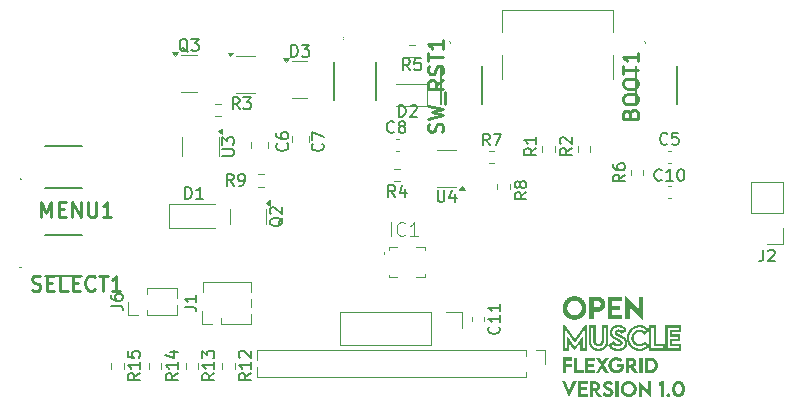
<source format=gbr>
%TF.GenerationSoftware,KiCad,Pcbnew,9.0.1*%
%TF.CreationDate,2025-06-14T17:56:14-05:00*%
%TF.ProjectId,OM-FlexGrid-Rigid-PCB,4f4d2d46-6c65-4784-9772-69642d526967,rev?*%
%TF.SameCoordinates,Original*%
%TF.FileFunction,Legend,Top*%
%TF.FilePolarity,Positive*%
%FSLAX46Y46*%
G04 Gerber Fmt 4.6, Leading zero omitted, Abs format (unit mm)*
G04 Created by KiCad (PCBNEW 9.0.1) date 2025-06-14 17:56:14*
%MOMM*%
%LPD*%
G01*
G04 APERTURE LIST*
%ADD10C,0.000000*%
%ADD11C,0.150000*%
%ADD12C,0.101600*%
%ADD13C,0.254000*%
%ADD14C,0.120000*%
%ADD15C,0.100000*%
%ADD16C,0.200000*%
G04 APERTURE END LIST*
D10*
G36*
X203187062Y-121700115D02*
G01*
X202412495Y-121700115D01*
X202412495Y-122076485D01*
X203076599Y-122076485D01*
X203076599Y-122462777D01*
X202412495Y-122462777D01*
X202412495Y-122860975D01*
X203187062Y-122860975D01*
X203187062Y-123245944D01*
X202025542Y-123245944D01*
X202025542Y-121319115D01*
X203187062Y-121319115D01*
X203187062Y-121700115D01*
G37*
G36*
X201165354Y-121319967D02*
G01*
X201199674Y-121322494D01*
X201233504Y-121326654D01*
X201266802Y-121332407D01*
X201299525Y-121339709D01*
X201331628Y-121348521D01*
X201363070Y-121358799D01*
X201393807Y-121370503D01*
X201423797Y-121383590D01*
X201452994Y-121398019D01*
X201481358Y-121413748D01*
X201508844Y-121430737D01*
X201535410Y-121448942D01*
X201561012Y-121468322D01*
X201585608Y-121488836D01*
X201609153Y-121510442D01*
X201631606Y-121533099D01*
X201652923Y-121556764D01*
X201673060Y-121581396D01*
X201691975Y-121606953D01*
X201709625Y-121633394D01*
X201725966Y-121660677D01*
X201740956Y-121688761D01*
X201754550Y-121717603D01*
X201766707Y-121747162D01*
X201777383Y-121777396D01*
X201786535Y-121808264D01*
X201794119Y-121839725D01*
X201800093Y-121871735D01*
X201804414Y-121904254D01*
X201807038Y-121937240D01*
X201807922Y-121970652D01*
X201807036Y-122004056D01*
X201804406Y-122037020D01*
X201800077Y-122069504D01*
X201794092Y-122101466D01*
X201786494Y-122132866D01*
X201777326Y-122163663D01*
X201766633Y-122193818D01*
X201754457Y-122223288D01*
X201740843Y-122252033D01*
X201725833Y-122280013D01*
X201709471Y-122307187D01*
X201691801Y-122333514D01*
X201672866Y-122358953D01*
X201652709Y-122383464D01*
X201631375Y-122407006D01*
X201608906Y-122429539D01*
X201585345Y-122451021D01*
X201560738Y-122471412D01*
X201535126Y-122490672D01*
X201508554Y-122508759D01*
X201481064Y-122525633D01*
X201452701Y-122541253D01*
X201423508Y-122555579D01*
X201393529Y-122568569D01*
X201362806Y-122580184D01*
X201331383Y-122590382D01*
X201299304Y-122599122D01*
X201266613Y-122606365D01*
X201233352Y-122612069D01*
X201199565Y-122616194D01*
X201165296Y-122618699D01*
X201130589Y-122619543D01*
X200841531Y-122619543D01*
X200841531Y-123245944D01*
X200454578Y-123245944D01*
X200454578Y-122235897D01*
X200454578Y-121702761D01*
X200840870Y-121702761D01*
X200840870Y-122235897D01*
X201129927Y-122237220D01*
X201144844Y-122236986D01*
X201159567Y-122236049D01*
X201174080Y-122234426D01*
X201188363Y-122232135D01*
X201202398Y-122229192D01*
X201216166Y-122225616D01*
X201229649Y-122221423D01*
X201242830Y-122216632D01*
X201255688Y-122211259D01*
X201268207Y-122205322D01*
X201280367Y-122198839D01*
X201292150Y-122191827D01*
X201303537Y-122184303D01*
X201314511Y-122176285D01*
X201325053Y-122167791D01*
X201335144Y-122158837D01*
X201344767Y-122149441D01*
X201353902Y-122139621D01*
X201362531Y-122129394D01*
X201370636Y-122118777D01*
X201378198Y-122107789D01*
X201385199Y-122096445D01*
X201391621Y-122084765D01*
X201397445Y-122072765D01*
X201402653Y-122060462D01*
X201407226Y-122047875D01*
X201411147Y-122035020D01*
X201414395Y-122021915D01*
X201416954Y-122008578D01*
X201418805Y-121995025D01*
X201419928Y-121981275D01*
X201420307Y-121967345D01*
X201420307Y-121966683D01*
X201419928Y-121953123D01*
X201418805Y-121939738D01*
X201416954Y-121926546D01*
X201414395Y-121913562D01*
X201411147Y-121900805D01*
X201407226Y-121888290D01*
X201402653Y-121876034D01*
X201397445Y-121864054D01*
X201391621Y-121852366D01*
X201385199Y-121840988D01*
X201378198Y-121829936D01*
X201370636Y-121819227D01*
X201362531Y-121808877D01*
X201353902Y-121798904D01*
X201344767Y-121789323D01*
X201335144Y-121780152D01*
X201325053Y-121771407D01*
X201314511Y-121763106D01*
X201303537Y-121755264D01*
X201292150Y-121747898D01*
X201280367Y-121741026D01*
X201268207Y-121734663D01*
X201255688Y-121728828D01*
X201242830Y-121723535D01*
X201229649Y-121718803D01*
X201216166Y-121714647D01*
X201202398Y-121711085D01*
X201188363Y-121708133D01*
X201174080Y-121705808D01*
X201159567Y-121704127D01*
X201144844Y-121703105D01*
X201129927Y-121702761D01*
X200840870Y-121702761D01*
X200454578Y-121702761D01*
X200454578Y-121319115D01*
X201130588Y-121319115D01*
X201165354Y-121319967D01*
G37*
G36*
X204631687Y-122392662D02*
G01*
X204631687Y-121313824D01*
X205019963Y-121313824D01*
X205019963Y-123281001D01*
X205002104Y-123281001D01*
X203858442Y-122168428D01*
X203858442Y-123247266D01*
X203471490Y-123247266D01*
X203471490Y-121282735D01*
X203490672Y-121282735D01*
X204631687Y-122392662D01*
G37*
G36*
X199251088Y-121280741D02*
G01*
X199301745Y-121284637D01*
X199351700Y-121291051D01*
X199400885Y-121299920D01*
X199449238Y-121311180D01*
X199496692Y-121324765D01*
X199543183Y-121340613D01*
X199588646Y-121358658D01*
X199633017Y-121378837D01*
X199676229Y-121401086D01*
X199718219Y-121425339D01*
X199758920Y-121451534D01*
X199798269Y-121479605D01*
X199836201Y-121509489D01*
X199872650Y-121541122D01*
X199907552Y-121574438D01*
X199940842Y-121609375D01*
X199972454Y-121645868D01*
X200002324Y-121683852D01*
X200030387Y-121723264D01*
X200056578Y-121764039D01*
X200080832Y-121806113D01*
X200103085Y-121849422D01*
X200123270Y-121893902D01*
X200141324Y-121939488D01*
X200157182Y-121986117D01*
X200170777Y-122033724D01*
X200182047Y-122082245D01*
X200190925Y-122131615D01*
X200197347Y-122181771D01*
X200201248Y-122232649D01*
X200202562Y-122284183D01*
X200201250Y-122335699D01*
X200197354Y-122386521D01*
X200190940Y-122436588D01*
X200182071Y-122485837D01*
X200170813Y-122534208D01*
X200157229Y-122581639D01*
X200141384Y-122628067D01*
X200123343Y-122673431D01*
X200103168Y-122717669D01*
X200080925Y-122760719D01*
X200056678Y-122802520D01*
X200030492Y-122843009D01*
X200002430Y-122882126D01*
X199972557Y-122919808D01*
X199940937Y-122955993D01*
X199907635Y-122990621D01*
X199872714Y-123023628D01*
X199836240Y-123054953D01*
X199798277Y-123084534D01*
X199758888Y-123112311D01*
X199718138Y-123138220D01*
X199676092Y-123162200D01*
X199632814Y-123184190D01*
X199588367Y-123204127D01*
X199542817Y-123221950D01*
X199496228Y-123237597D01*
X199448664Y-123251006D01*
X199400189Y-123262116D01*
X199350868Y-123270864D01*
X199300764Y-123277189D01*
X199249943Y-123281030D01*
X199198469Y-123282324D01*
X199147006Y-123281018D01*
X199096218Y-123277146D01*
X199046168Y-123270769D01*
X198996919Y-123261953D01*
X198948534Y-123250761D01*
X198901076Y-123237257D01*
X198854607Y-123221505D01*
X198809190Y-123203569D01*
X198764889Y-123183513D01*
X198721766Y-123161401D01*
X198679884Y-123137297D01*
X198639305Y-123111264D01*
X198600094Y-123083368D01*
X198562311Y-123053671D01*
X198526022Y-123022238D01*
X198491287Y-122989132D01*
X198458171Y-122954418D01*
X198426735Y-122918160D01*
X198397044Y-122880421D01*
X198369159Y-122841265D01*
X198343144Y-122800757D01*
X198319061Y-122758960D01*
X198296973Y-122715939D01*
X198276944Y-122671756D01*
X198259035Y-122626477D01*
X198243311Y-122580165D01*
X198229833Y-122532884D01*
X198218664Y-122484698D01*
X198209868Y-122435671D01*
X198203508Y-122385867D01*
X198199645Y-122335350D01*
X198198344Y-122284183D01*
X198198394Y-122282199D01*
X198589266Y-122282199D01*
X198590061Y-122313625D01*
X198592423Y-122344625D01*
X198596311Y-122375164D01*
X198601687Y-122405202D01*
X198608513Y-122434702D01*
X198616748Y-122463627D01*
X198626355Y-122491939D01*
X198637294Y-122519600D01*
X198649526Y-122546574D01*
X198663014Y-122572822D01*
X198677717Y-122598307D01*
X198693596Y-122622992D01*
X198710614Y-122646838D01*
X198728731Y-122669809D01*
X198747909Y-122691867D01*
X198768107Y-122712973D01*
X198789289Y-122733092D01*
X198811413Y-122752185D01*
X198834443Y-122770214D01*
X198858338Y-122787142D01*
X198883061Y-122802932D01*
X198908571Y-122817546D01*
X198934831Y-122830946D01*
X198961801Y-122843095D01*
X198989443Y-122853955D01*
X199017717Y-122863489D01*
X199046585Y-122871660D01*
X199076007Y-122878429D01*
X199105946Y-122883759D01*
X199136362Y-122887612D01*
X199167215Y-122889952D01*
X199198469Y-122890741D01*
X199229730Y-122889945D01*
X199260606Y-122887583D01*
X199291057Y-122883696D01*
X199321044Y-122878320D01*
X199350526Y-122871496D01*
X199379465Y-122863263D01*
X199407819Y-122853658D01*
X199435550Y-122842723D01*
X199462617Y-122830495D01*
X199488980Y-122817013D01*
X199514600Y-122802316D01*
X199539436Y-122786445D01*
X199563450Y-122769436D01*
X199586600Y-122751330D01*
X199608848Y-122732166D01*
X199630153Y-122711981D01*
X199650475Y-122690817D01*
X199669776Y-122668710D01*
X199688014Y-122645702D01*
X199705150Y-122621829D01*
X199721144Y-122597132D01*
X199735956Y-122571650D01*
X199749547Y-122545421D01*
X199761876Y-122518484D01*
X199772904Y-122490879D01*
X199782591Y-122462644D01*
X199790897Y-122433819D01*
X199797782Y-122404442D01*
X199803207Y-122374553D01*
X199807131Y-122344190D01*
X199809514Y-122313392D01*
X199810318Y-122282199D01*
X199810979Y-122282199D01*
X199810180Y-122250822D01*
X199807807Y-122219844D01*
X199803900Y-122189305D01*
X199798498Y-122159244D01*
X199791640Y-122129699D01*
X199783366Y-122100711D01*
X199773714Y-122072318D01*
X199762724Y-122044560D01*
X199750434Y-122017474D01*
X199736884Y-121991101D01*
X199722113Y-121965480D01*
X199706160Y-121940650D01*
X199689064Y-121916649D01*
X199670864Y-121893518D01*
X199651600Y-121871295D01*
X199631311Y-121850018D01*
X199610034Y-121829729D01*
X199587811Y-121810464D01*
X199564680Y-121792265D01*
X199540679Y-121775169D01*
X199515849Y-121759216D01*
X199490228Y-121744445D01*
X199463855Y-121730895D01*
X199436769Y-121718605D01*
X199409011Y-121707615D01*
X199380618Y-121697963D01*
X199351629Y-121689689D01*
X199322085Y-121682831D01*
X199292024Y-121677429D01*
X199261485Y-121673522D01*
X199230507Y-121671149D01*
X199199130Y-121670350D01*
X199167759Y-121671148D01*
X199136798Y-121673515D01*
X199106285Y-121677413D01*
X199076260Y-121682804D01*
X199046761Y-121689648D01*
X199017826Y-121697906D01*
X198989493Y-121707541D01*
X198961801Y-121718512D01*
X198934788Y-121730782D01*
X198908493Y-121744312D01*
X198882954Y-121759062D01*
X198858209Y-121774995D01*
X198834297Y-121792070D01*
X198811256Y-121810251D01*
X198789125Y-121829497D01*
X198767942Y-121849770D01*
X198747745Y-121871032D01*
X198728573Y-121893243D01*
X198710464Y-121916365D01*
X198693457Y-121940359D01*
X198677590Y-121965187D01*
X198662901Y-121990808D01*
X198649428Y-122017186D01*
X198637211Y-122044281D01*
X198626287Y-122072053D01*
X198616696Y-122100466D01*
X198608474Y-122129479D01*
X198601662Y-122159054D01*
X198596296Y-122189152D01*
X198592416Y-122219735D01*
X198590060Y-122250763D01*
X198589266Y-122282199D01*
X198198394Y-122282199D01*
X198199655Y-122232649D01*
X198203544Y-122181771D01*
X198209948Y-122131615D01*
X198218803Y-122082245D01*
X198230042Y-122033724D01*
X198243603Y-121986117D01*
X198259420Y-121939488D01*
X198277429Y-121893902D01*
X198297567Y-121849422D01*
X198319767Y-121806113D01*
X198343967Y-121764039D01*
X198370101Y-121723264D01*
X198398105Y-121683852D01*
X198427914Y-121645868D01*
X198459465Y-121609375D01*
X198492693Y-121574438D01*
X198527533Y-121541122D01*
X198563920Y-121509489D01*
X198601791Y-121479605D01*
X198641082Y-121451534D01*
X198681726Y-121425339D01*
X198723661Y-121401086D01*
X198766822Y-121378837D01*
X198811144Y-121358658D01*
X198856562Y-121340613D01*
X198903013Y-121324765D01*
X198950432Y-121311180D01*
X198998755Y-121299920D01*
X199047917Y-121291051D01*
X199097853Y-121284637D01*
X199148499Y-121280741D01*
X199199792Y-121279428D01*
X199251088Y-121280741D01*
G37*
G36*
X208251187Y-124339334D02*
G01*
X207476618Y-124339334D01*
X207476618Y-124517267D01*
X208140722Y-124517267D01*
X208140722Y-125101995D01*
X207476618Y-125101995D01*
X207476618Y-125301756D01*
X208251187Y-125301756D01*
X208251187Y-125884501D01*
X206891228Y-125884501D01*
X206891228Y-125686063D01*
X207089666Y-125686063D01*
X208052749Y-125686063D01*
X208052749Y-125499532D01*
X207278181Y-125499532D01*
X207278181Y-124902897D01*
X207942285Y-124902897D01*
X207942285Y-124715043D01*
X207278181Y-124715043D01*
X207278181Y-124140235D01*
X208052749Y-124140235D01*
X208052749Y-123957673D01*
X207089666Y-123957673D01*
X207089666Y-125685402D01*
X207089666Y-125686063D01*
X206891228Y-125686063D01*
X206891228Y-125685402D01*
X206891228Y-123759897D01*
X208251187Y-123759897D01*
X208251187Y-124339334D01*
G37*
G36*
X199226250Y-124914142D02*
G01*
X200096729Y-123711611D01*
X200268047Y-123711611D01*
X200268047Y-125884501D01*
X199683318Y-125884501D01*
X199683318Y-125266037D01*
X199280489Y-125852089D01*
X199175979Y-125852089D01*
X199144229Y-125809094D01*
X198769182Y-125265376D01*
X198769182Y-125884501D01*
X198183130Y-125884501D01*
X198183130Y-125686063D01*
X198183130Y-124087318D01*
X198381568Y-124087318D01*
X198381568Y-125686063D01*
X198570083Y-125686063D01*
X198570083Y-124627730D01*
X199226250Y-125580230D01*
X199881094Y-124627069D01*
X199881094Y-125686063D01*
X200069609Y-125686063D01*
X200069609Y-124087319D01*
X199226250Y-125252809D01*
X198381568Y-124087318D01*
X198183130Y-124087318D01*
X198183130Y-123711611D01*
X198354448Y-123711611D01*
X199226250Y-124914142D01*
G37*
G36*
X204769520Y-123722185D02*
G01*
X204820119Y-123726624D01*
X204870127Y-123733521D01*
X204919535Y-123742874D01*
X204968335Y-123754681D01*
X205016518Y-123768939D01*
X205064075Y-123785644D01*
X205110997Y-123804793D01*
X205157275Y-123826384D01*
X205202902Y-123850414D01*
X205247868Y-123876880D01*
X205292164Y-123905779D01*
X205335782Y-123937108D01*
X205378713Y-123970864D01*
X205420948Y-124007045D01*
X205462479Y-124045647D01*
X205512089Y-124093673D01*
X205512089Y-123957673D01*
X205710526Y-123957673D01*
X205710526Y-125685402D01*
X205710526Y-125686063D01*
X206673609Y-125686063D01*
X206673609Y-125499532D01*
X205899042Y-125499532D01*
X205899042Y-123957673D01*
X205710526Y-123957673D01*
X205512089Y-123957673D01*
X205512089Y-123759897D01*
X206097479Y-123759897D01*
X206097479Y-125301756D01*
X206872047Y-125301756D01*
X206872047Y-125884501D01*
X205512089Y-125884501D01*
X205512089Y-125686063D01*
X205512089Y-125549141D01*
X205463141Y-125598089D01*
X205421205Y-125638137D01*
X205378952Y-125675446D01*
X205336332Y-125710039D01*
X205293291Y-125741936D01*
X205249777Y-125771158D01*
X205205738Y-125797728D01*
X205161122Y-125821666D01*
X205115875Y-125842994D01*
X205069947Y-125861733D01*
X205023284Y-125877904D01*
X204975835Y-125891529D01*
X204927546Y-125902629D01*
X204878366Y-125911225D01*
X204828242Y-125917339D01*
X204777122Y-125920991D01*
X204724954Y-125922204D01*
X204725614Y-125921542D01*
X204668724Y-125920110D01*
X204612575Y-125915860D01*
X204557235Y-125908862D01*
X204502776Y-125899186D01*
X204449267Y-125886900D01*
X204396778Y-125872076D01*
X204345379Y-125854782D01*
X204295139Y-125835087D01*
X204246129Y-125813063D01*
X204198418Y-125788778D01*
X204152077Y-125762302D01*
X204107175Y-125733705D01*
X204063782Y-125703056D01*
X204021968Y-125670425D01*
X203981803Y-125635881D01*
X203943357Y-125599495D01*
X203906699Y-125561335D01*
X203871900Y-125521472D01*
X203839030Y-125479975D01*
X203808157Y-125436914D01*
X203779353Y-125392359D01*
X203752687Y-125346378D01*
X203728229Y-125299042D01*
X203706048Y-125250420D01*
X203686216Y-125200583D01*
X203668801Y-125149599D01*
X203653873Y-125097538D01*
X203641503Y-125044471D01*
X203631760Y-124990465D01*
X203624715Y-124935592D01*
X203620436Y-124879921D01*
X203618994Y-124823522D01*
X203817433Y-124823522D01*
X203818641Y-124869284D01*
X203822225Y-124914506D01*
X203828123Y-124959128D01*
X203836271Y-125003089D01*
X203846609Y-125046331D01*
X203859072Y-125088793D01*
X203873601Y-125130416D01*
X203890131Y-125171139D01*
X203908601Y-125210902D01*
X203928949Y-125249647D01*
X203951112Y-125287313D01*
X203975028Y-125323840D01*
X204000634Y-125359168D01*
X204027870Y-125393238D01*
X204056671Y-125425990D01*
X204086977Y-125457364D01*
X204118724Y-125487300D01*
X204151851Y-125515738D01*
X204186295Y-125542619D01*
X204221994Y-125567882D01*
X204258886Y-125591468D01*
X204296909Y-125613317D01*
X204335999Y-125633369D01*
X204376096Y-125651564D01*
X204417136Y-125667843D01*
X204459058Y-125682145D01*
X204501799Y-125694411D01*
X204545298Y-125704582D01*
X204589490Y-125712596D01*
X204634316Y-125718394D01*
X204679711Y-125721917D01*
X204725615Y-125723105D01*
X204763294Y-125722342D01*
X204800214Y-125720038D01*
X204836418Y-125716172D01*
X204871952Y-125710723D01*
X204906863Y-125703670D01*
X204941195Y-125694990D01*
X204974994Y-125684664D01*
X205008306Y-125672669D01*
X205041176Y-125658984D01*
X205073649Y-125643588D01*
X205105772Y-125626459D01*
X205137590Y-125607577D01*
X205169148Y-125586920D01*
X205200492Y-125564466D01*
X205231667Y-125540194D01*
X205262719Y-125514084D01*
X205154902Y-125361948D01*
X205128175Y-125382621D01*
X205101326Y-125401974D01*
X205074357Y-125420006D01*
X205047270Y-125436714D01*
X205020066Y-125452096D01*
X204992749Y-125466151D01*
X204965319Y-125478877D01*
X204937778Y-125490271D01*
X204910129Y-125500332D01*
X204882373Y-125509058D01*
X204854513Y-125516447D01*
X204826550Y-125522497D01*
X204798486Y-125527205D01*
X204770323Y-125530571D01*
X204742064Y-125532592D01*
X204713709Y-125533266D01*
X204682479Y-125532420D01*
X204651100Y-125529903D01*
X204619645Y-125525744D01*
X204588190Y-125519974D01*
X204556809Y-125512621D01*
X204525578Y-125503717D01*
X204494571Y-125493291D01*
X204463864Y-125481373D01*
X204433530Y-125467992D01*
X204403646Y-125453180D01*
X204374285Y-125436965D01*
X204345522Y-125419378D01*
X204317433Y-125400448D01*
X204290093Y-125380206D01*
X204263575Y-125358681D01*
X204237955Y-125335904D01*
X204213308Y-125311903D01*
X204189709Y-125286710D01*
X204167232Y-125260354D01*
X204145953Y-125232865D01*
X204125946Y-125204272D01*
X204107286Y-125174607D01*
X204090048Y-125143898D01*
X204074306Y-125112176D01*
X204060136Y-125079470D01*
X204047613Y-125045811D01*
X204036811Y-125011228D01*
X204027805Y-124975751D01*
X204020670Y-124939411D01*
X204015481Y-124902236D01*
X204012313Y-124864258D01*
X204011258Y-124826168D01*
X204209016Y-124826168D01*
X204209786Y-124853235D01*
X204212060Y-124879850D01*
X204215785Y-124905985D01*
X204220906Y-124931613D01*
X204227371Y-124956709D01*
X204235124Y-124981245D01*
X204244113Y-125005195D01*
X204254284Y-125028533D01*
X204265582Y-125051230D01*
X204277955Y-125073262D01*
X204291348Y-125094601D01*
X204305707Y-125115220D01*
X204320979Y-125135093D01*
X204337110Y-125154194D01*
X204354047Y-125172495D01*
X204371734Y-125189970D01*
X204390119Y-125206592D01*
X204409149Y-125222335D01*
X204428768Y-125237173D01*
X204448923Y-125251077D01*
X204469561Y-125264023D01*
X204490628Y-125275982D01*
X204512070Y-125286929D01*
X204533833Y-125296837D01*
X204555863Y-125305679D01*
X204578107Y-125313428D01*
X204600511Y-125320058D01*
X204623021Y-125325543D01*
X204645584Y-125329855D01*
X204668145Y-125332968D01*
X204690650Y-125334856D01*
X204713047Y-125335491D01*
X204737326Y-125334753D01*
X204761554Y-125332539D01*
X204785742Y-125328841D01*
X204809899Y-125323657D01*
X204834037Y-125316980D01*
X204858166Y-125308806D01*
X204882297Y-125299131D01*
X204906441Y-125287948D01*
X204930608Y-125275254D01*
X204954809Y-125261044D01*
X204979054Y-125245313D01*
X205003355Y-125228055D01*
X205027722Y-125209267D01*
X205052165Y-125188943D01*
X205076695Y-125167078D01*
X205101323Y-125143667D01*
X205184667Y-125062308D01*
X205512089Y-125523646D01*
X205512089Y-124122967D01*
X205182021Y-124572829D01*
X205100000Y-124492793D01*
X205077393Y-124471377D01*
X205054482Y-124451286D01*
X205031291Y-124432529D01*
X205007840Y-124415113D01*
X204984154Y-124399045D01*
X204960253Y-124384334D01*
X204936160Y-124370987D01*
X204911898Y-124359013D01*
X204887488Y-124348418D01*
X204862954Y-124339210D01*
X204838316Y-124331398D01*
X204813599Y-124324989D01*
X204788823Y-124319990D01*
X204764011Y-124316411D01*
X204739186Y-124314257D01*
X204714369Y-124313537D01*
X204689641Y-124314246D01*
X204665092Y-124316344D01*
X204640762Y-124319792D01*
X204616691Y-124324550D01*
X204592918Y-124330576D01*
X204569483Y-124337832D01*
X204546426Y-124346277D01*
X204523787Y-124355871D01*
X204501605Y-124366573D01*
X204479920Y-124378343D01*
X204458772Y-124391141D01*
X204438200Y-124404927D01*
X204418245Y-124419661D01*
X204398946Y-124435302D01*
X204380342Y-124451810D01*
X204362474Y-124469145D01*
X204345381Y-124487267D01*
X204329102Y-124506136D01*
X204313679Y-124525711D01*
X204299150Y-124545952D01*
X204285554Y-124566819D01*
X204272933Y-124588272D01*
X204261325Y-124610270D01*
X204250770Y-124632774D01*
X204241308Y-124655742D01*
X204232979Y-124679136D01*
X204225822Y-124702914D01*
X204219878Y-124727037D01*
X204215185Y-124751464D01*
X204211784Y-124776154D01*
X204209714Y-124801069D01*
X204209016Y-124826168D01*
X204011258Y-124826168D01*
X204011240Y-124825506D01*
X204012195Y-124790119D01*
X204015024Y-124755060D01*
X204019675Y-124720381D01*
X204026098Y-124686133D01*
X204034241Y-124652369D01*
X204044051Y-124619142D01*
X204055477Y-124586503D01*
X204068467Y-124554504D01*
X204082969Y-124523198D01*
X204098933Y-124492638D01*
X204116305Y-124462874D01*
X204135035Y-124433960D01*
X204155070Y-124405947D01*
X204176360Y-124378888D01*
X204198851Y-124352836D01*
X204222493Y-124327841D01*
X204247234Y-124303957D01*
X204273022Y-124281235D01*
X204299805Y-124259728D01*
X204327532Y-124239489D01*
X204356151Y-124220568D01*
X204385610Y-124203019D01*
X204415857Y-124186893D01*
X204446841Y-124172243D01*
X204478511Y-124159121D01*
X204510813Y-124147580D01*
X204543697Y-124137671D01*
X204577111Y-124129446D01*
X204611003Y-124122958D01*
X204645322Y-124118260D01*
X204680015Y-124115402D01*
X204715032Y-124114438D01*
X204743647Y-124115088D01*
X204772185Y-124117032D01*
X204800627Y-124120263D01*
X204828958Y-124124773D01*
X204857160Y-124130555D01*
X204885219Y-124137599D01*
X204913117Y-124145900D01*
X204940837Y-124155448D01*
X204968364Y-124166237D01*
X204995680Y-124178258D01*
X205022770Y-124191504D01*
X205049616Y-124205967D01*
X205076203Y-124221639D01*
X205102513Y-124238513D01*
X205128531Y-124256581D01*
X205154240Y-124275834D01*
X205260735Y-124130313D01*
X205229339Y-124104965D01*
X205197653Y-124081255D01*
X205165665Y-124059179D01*
X205133363Y-124038732D01*
X205100735Y-124019909D01*
X205067770Y-124002704D01*
X205034456Y-123987114D01*
X205000782Y-123973134D01*
X204966735Y-123960758D01*
X204932305Y-123949981D01*
X204897480Y-123940800D01*
X204862247Y-123933209D01*
X204826597Y-123927202D01*
X204790515Y-123922776D01*
X204753992Y-123919926D01*
X204717016Y-123918646D01*
X204717016Y-123918647D01*
X204717015Y-123918647D01*
X204671602Y-123919850D01*
X204626685Y-123923417D01*
X204582326Y-123929287D01*
X204538587Y-123937398D01*
X204495530Y-123947688D01*
X204453218Y-123960095D01*
X204411711Y-123974558D01*
X204371073Y-123991014D01*
X204331365Y-124009403D01*
X204292649Y-124029662D01*
X204254987Y-124051730D01*
X204218441Y-124075544D01*
X204183074Y-124101044D01*
X204148947Y-124128166D01*
X204116122Y-124156850D01*
X204084662Y-124187034D01*
X204054627Y-124218655D01*
X204026081Y-124251653D01*
X203999085Y-124285965D01*
X203973702Y-124321529D01*
X203949993Y-124358285D01*
X203928020Y-124396169D01*
X203907846Y-124435121D01*
X203889531Y-124475078D01*
X203873140Y-124515979D01*
X203858732Y-124557762D01*
X203846371Y-124600365D01*
X203836119Y-124643726D01*
X203828037Y-124687785D01*
X203822187Y-124732478D01*
X203818631Y-124777744D01*
X203817433Y-124823522D01*
X203618994Y-124823522D01*
X203620457Y-124767107D01*
X203624793Y-124711391D01*
X203631928Y-124656447D01*
X203641788Y-124602345D01*
X203654295Y-124549158D01*
X203669376Y-124496956D01*
X203686956Y-124445811D01*
X203706958Y-124395796D01*
X203729308Y-124346981D01*
X203753930Y-124299438D01*
X203780750Y-124253239D01*
X203809692Y-124208455D01*
X203840681Y-124165157D01*
X203873641Y-124123419D01*
X203908498Y-124083310D01*
X203945176Y-124044903D01*
X203983600Y-124008268D01*
X204023695Y-123973479D01*
X204065385Y-123940606D01*
X204108596Y-123909721D01*
X204153252Y-123880895D01*
X204199278Y-123854201D01*
X204246599Y-123829708D01*
X204295139Y-123807491D01*
X204344824Y-123787619D01*
X204395577Y-123770164D01*
X204447325Y-123755198D01*
X204499991Y-123742793D01*
X204553501Y-123733020D01*
X204607779Y-123725951D01*
X204662749Y-123721656D01*
X204718338Y-123720209D01*
X204769520Y-123722185D01*
G37*
G36*
X202987433Y-123721274D02*
G01*
X203045069Y-123726418D01*
X203100586Y-123734922D01*
X203153895Y-123746729D01*
X203204906Y-123761785D01*
X203253529Y-123780032D01*
X203299673Y-123801415D01*
X203343248Y-123825877D01*
X203384165Y-123853362D01*
X203422332Y-123883814D01*
X203457661Y-123917177D01*
X203490061Y-123953394D01*
X203519441Y-123992409D01*
X203545712Y-124034167D01*
X203568784Y-124078610D01*
X203588566Y-124125683D01*
X203615687Y-124197782D01*
X203172509Y-124507344D01*
X203120916Y-124404819D01*
X203116448Y-124396365D01*
X203111736Y-124388362D01*
X203106795Y-124380796D01*
X203101641Y-124373655D01*
X203096289Y-124366928D01*
X203090755Y-124360603D01*
X203085055Y-124354668D01*
X203079203Y-124349111D01*
X203073216Y-124343921D01*
X203067108Y-124339084D01*
X203060896Y-124334591D01*
X203054595Y-124330428D01*
X203048220Y-124326583D01*
X203041787Y-124323046D01*
X203028808Y-124316844D01*
X203015783Y-124311728D01*
X203002835Y-124307602D01*
X202990089Y-124304371D01*
X202977669Y-124301941D01*
X202965698Y-124300216D01*
X202954301Y-124299101D01*
X202943601Y-124298502D01*
X202933723Y-124298324D01*
X202916419Y-124298882D01*
X202900000Y-124300494D01*
X202884498Y-124303068D01*
X202869944Y-124306509D01*
X202856371Y-124310726D01*
X202843810Y-124315625D01*
X202832294Y-124321113D01*
X202821854Y-124327097D01*
X202812523Y-124333484D01*
X202804332Y-124340182D01*
X202797313Y-124347096D01*
X202791499Y-124354134D01*
X202786922Y-124361204D01*
X202783612Y-124368211D01*
X202781603Y-124375063D01*
X202781096Y-124378402D01*
X202780926Y-124381667D01*
X202781214Y-124384498D01*
X202782064Y-124387408D01*
X202783459Y-124390393D01*
X202785378Y-124393452D01*
X202787805Y-124396582D01*
X202790719Y-124399780D01*
X202794103Y-124403043D01*
X202797938Y-124406369D01*
X202802205Y-124409755D01*
X202806886Y-124413198D01*
X202817413Y-124420246D01*
X202829370Y-124427492D01*
X202842607Y-124434915D01*
X202856977Y-124442492D01*
X202872329Y-124450203D01*
X202888515Y-124458027D01*
X202905384Y-124465941D01*
X202940578Y-124481958D01*
X202976718Y-124498084D01*
X203031702Y-124522641D01*
X203060899Y-124535756D01*
X203091150Y-124549677D01*
X203147007Y-124576736D01*
X203201964Y-124604978D01*
X203255648Y-124634624D01*
X203307685Y-124665898D01*
X203357703Y-124699020D01*
X203405329Y-124734213D01*
X203450189Y-124771698D01*
X203491912Y-124811698D01*
X203511479Y-124832710D01*
X203530122Y-124854434D01*
X203547794Y-124876897D01*
X203564448Y-124900128D01*
X203580038Y-124924153D01*
X203594517Y-124949002D01*
X203607838Y-124974701D01*
X203619955Y-125001278D01*
X203630822Y-125028761D01*
X203640390Y-125057178D01*
X203648614Y-125086556D01*
X203655448Y-125116923D01*
X203660844Y-125148307D01*
X203664757Y-125180736D01*
X203667138Y-125214238D01*
X203667942Y-125248839D01*
X203667007Y-125286214D01*
X203664223Y-125322792D01*
X203659619Y-125358548D01*
X203653225Y-125393457D01*
X203645071Y-125427491D01*
X203635188Y-125460627D01*
X203623606Y-125492838D01*
X203610354Y-125524098D01*
X203595463Y-125554383D01*
X203578962Y-125583667D01*
X203560882Y-125611924D01*
X203541252Y-125639129D01*
X203520104Y-125665256D01*
X203497466Y-125690279D01*
X203473368Y-125714173D01*
X203447842Y-125736912D01*
X203420917Y-125758472D01*
X203392622Y-125778825D01*
X203362988Y-125797948D01*
X203332045Y-125815813D01*
X203299824Y-125832396D01*
X203266353Y-125847672D01*
X203231663Y-125861613D01*
X203195785Y-125874196D01*
X203158748Y-125885394D01*
X203120582Y-125895182D01*
X203081317Y-125903534D01*
X203040983Y-125910425D01*
X202999611Y-125915829D01*
X202957230Y-125919721D01*
X202913870Y-125922075D01*
X202869562Y-125922865D01*
X202868901Y-125922865D01*
X202804917Y-125921112D01*
X202742744Y-125915881D01*
X202682457Y-125907212D01*
X202624130Y-125895146D01*
X202567838Y-125879723D01*
X202513655Y-125860985D01*
X202461656Y-125838972D01*
X202411916Y-125813724D01*
X202364509Y-125785283D01*
X202319509Y-125753689D01*
X202276992Y-125718983D01*
X202237032Y-125681205D01*
X202199704Y-125640397D01*
X202165082Y-125596598D01*
X202133241Y-125549850D01*
X202104255Y-125500193D01*
X202093214Y-125479688D01*
X202325182Y-125479688D01*
X202348169Y-125508808D01*
X202372717Y-125536134D01*
X202398803Y-125561654D01*
X202426406Y-125585356D01*
X202455505Y-125607229D01*
X202486079Y-125627261D01*
X202518107Y-125645440D01*
X202551566Y-125661755D01*
X202586436Y-125676194D01*
X202622696Y-125688745D01*
X202660324Y-125699398D01*
X202699299Y-125708139D01*
X202739599Y-125714959D01*
X202781203Y-125719844D01*
X202824091Y-125722784D01*
X202868240Y-125723766D01*
X202935039Y-125721601D01*
X202998659Y-125715187D01*
X203058944Y-125704647D01*
X203115738Y-125690104D01*
X203142778Y-125681371D01*
X203168886Y-125671682D01*
X203194043Y-125661055D01*
X203218230Y-125649503D01*
X203241427Y-125637044D01*
X203263615Y-125623691D01*
X203284774Y-125609461D01*
X203304884Y-125594369D01*
X203323927Y-125578429D01*
X203341883Y-125561659D01*
X203358732Y-125544072D01*
X203374455Y-125525684D01*
X203389032Y-125506511D01*
X203402444Y-125486569D01*
X203414671Y-125465871D01*
X203425693Y-125444435D01*
X203435492Y-125422274D01*
X203444048Y-125399406D01*
X203451341Y-125375844D01*
X203457352Y-125351604D01*
X203462061Y-125326703D01*
X203465448Y-125301154D01*
X203467495Y-125274974D01*
X203468182Y-125248178D01*
X203467811Y-125227818D01*
X203466688Y-125207901D01*
X203464797Y-125188410D01*
X203462123Y-125169326D01*
X203458649Y-125150633D01*
X203454360Y-125132312D01*
X203449240Y-125114345D01*
X203443274Y-125096714D01*
X203436445Y-125079403D01*
X203428738Y-125062392D01*
X203420137Y-125045665D01*
X203410627Y-125029203D01*
X203400192Y-125012989D01*
X203388815Y-124997004D01*
X203376481Y-124981231D01*
X203363175Y-124965653D01*
X203348881Y-124950250D01*
X203333582Y-124935007D01*
X203317264Y-124919904D01*
X203299910Y-124904924D01*
X203281505Y-124890049D01*
X203262033Y-124875261D01*
X203219825Y-124845877D01*
X203173159Y-124816628D01*
X203121911Y-124787373D01*
X203065953Y-124757968D01*
X203005161Y-124728272D01*
X202976274Y-124714743D01*
X202948193Y-124701896D01*
X202894698Y-124678001D01*
X202830899Y-124649286D01*
X202800673Y-124635095D01*
X202771759Y-124620795D01*
X202744307Y-124606220D01*
X202718464Y-124591204D01*
X202694379Y-124575581D01*
X202672200Y-124559187D01*
X202652075Y-124541854D01*
X202634152Y-124523417D01*
X202626063Y-124513734D01*
X202618580Y-124503712D01*
X202611721Y-124493331D01*
X202605506Y-124482571D01*
X202599953Y-124471411D01*
X202595080Y-124459830D01*
X202590906Y-124447807D01*
X202587449Y-124435322D01*
X202584729Y-124422354D01*
X202582762Y-124408882D01*
X202581569Y-124394886D01*
X202581167Y-124380345D01*
X202581615Y-124365628D01*
X202582946Y-124351128D01*
X202585139Y-124336863D01*
X202588174Y-124322848D01*
X202592031Y-124309101D01*
X202596689Y-124295636D01*
X202602128Y-124282472D01*
X202608328Y-124269623D01*
X202615268Y-124257107D01*
X202622928Y-124244939D01*
X202631287Y-124233136D01*
X202640326Y-124221715D01*
X202650024Y-124210691D01*
X202660360Y-124200082D01*
X202671314Y-124189903D01*
X202682866Y-124180171D01*
X202694996Y-124170902D01*
X202707682Y-124162112D01*
X202720906Y-124153819D01*
X202734646Y-124146037D01*
X202748882Y-124138784D01*
X202763593Y-124132076D01*
X202778761Y-124125930D01*
X202794363Y-124120361D01*
X202810380Y-124115385D01*
X202826791Y-124111021D01*
X202843576Y-124107282D01*
X202860715Y-124104187D01*
X202878188Y-124101751D01*
X202895973Y-124099991D01*
X202914051Y-124098923D01*
X202932401Y-124098563D01*
X202954573Y-124099080D01*
X202976422Y-124100621D01*
X202997917Y-124103172D01*
X203019031Y-124106718D01*
X203039735Y-124111244D01*
X203059998Y-124116737D01*
X203079792Y-124123181D01*
X203099089Y-124130561D01*
X203117858Y-124138865D01*
X203136071Y-124148076D01*
X203153698Y-124158180D01*
X203170712Y-124169164D01*
X203187082Y-124181011D01*
X203202780Y-124193709D01*
X203217776Y-124207241D01*
X203232042Y-124221595D01*
X203368302Y-124126345D01*
X203357957Y-124109916D01*
X203347039Y-124094348D01*
X203335583Y-124079620D01*
X203323623Y-124065708D01*
X203311195Y-124052590D01*
X203298333Y-124040245D01*
X203285073Y-124028650D01*
X203271450Y-124017783D01*
X203257498Y-124007621D01*
X203243252Y-123998142D01*
X203228748Y-123989324D01*
X203214020Y-123981144D01*
X203184035Y-123966612D01*
X203153576Y-123954366D01*
X203122923Y-123944228D01*
X203092356Y-123936021D01*
X203062156Y-123929565D01*
X203032601Y-123924683D01*
X203003973Y-123921196D01*
X202976552Y-123918926D01*
X202950616Y-123917695D01*
X202926448Y-123917324D01*
X202897556Y-123917880D01*
X202869191Y-123919535D01*
X202841376Y-123922266D01*
X202814139Y-123926051D01*
X202787505Y-123930868D01*
X202761498Y-123936696D01*
X202736146Y-123943513D01*
X202711474Y-123951296D01*
X202687506Y-123960024D01*
X202664270Y-123969675D01*
X202641791Y-123980226D01*
X202620094Y-123991657D01*
X202599205Y-124003944D01*
X202579150Y-124017067D01*
X202559955Y-124031003D01*
X202541644Y-124045730D01*
X202524244Y-124061226D01*
X202507781Y-124077470D01*
X202492280Y-124094439D01*
X202477767Y-124112112D01*
X202464267Y-124130466D01*
X202451807Y-124149481D01*
X202440411Y-124169133D01*
X202430106Y-124189400D01*
X202420917Y-124210262D01*
X202412870Y-124231696D01*
X202405990Y-124253680D01*
X202400304Y-124276192D01*
X202395837Y-124299211D01*
X202392614Y-124322714D01*
X202390661Y-124346679D01*
X202390005Y-124371084D01*
X202390567Y-124393659D01*
X202392231Y-124415391D01*
X202394964Y-124436306D01*
X202398733Y-124456434D01*
X202403503Y-124475804D01*
X202409242Y-124494442D01*
X202415916Y-124512377D01*
X202423491Y-124529638D01*
X202431935Y-124546253D01*
X202441213Y-124562249D01*
X202451292Y-124577656D01*
X202462140Y-124592501D01*
X202473722Y-124606813D01*
X202486005Y-124620619D01*
X202498955Y-124633949D01*
X202512540Y-124646830D01*
X202541478Y-124671358D01*
X202572552Y-124694430D01*
X202605493Y-124716272D01*
X202640036Y-124737108D01*
X202675911Y-124757166D01*
X202712853Y-124776671D01*
X202788864Y-124814923D01*
X202803416Y-124822199D01*
X202890615Y-124865913D01*
X202975643Y-124910845D01*
X203016433Y-124934050D01*
X203055587Y-124957900D01*
X203092741Y-124982507D01*
X203127531Y-125007986D01*
X203159592Y-125034449D01*
X203188561Y-125062010D01*
X203214072Y-125090782D01*
X203225418Y-125105657D01*
X203235762Y-125120878D01*
X203245060Y-125136459D01*
X203253266Y-125152413D01*
X203260335Y-125168755D01*
X203266220Y-125185498D01*
X203270877Y-125202658D01*
X203274260Y-125220249D01*
X203276323Y-125238284D01*
X203277021Y-125256777D01*
X203276539Y-125271885D01*
X203275105Y-125286690D01*
X203272737Y-125301181D01*
X203269451Y-125315347D01*
X203265265Y-125329176D01*
X203260195Y-125342655D01*
X203254258Y-125355775D01*
X203247472Y-125368522D01*
X203239854Y-125380886D01*
X203231420Y-125392854D01*
X203222188Y-125404415D01*
X203212176Y-125415558D01*
X203201399Y-125426270D01*
X203189875Y-125436541D01*
X203177622Y-125446358D01*
X203164655Y-125455711D01*
X203150993Y-125464586D01*
X203136653Y-125472973D01*
X203121651Y-125480860D01*
X203106004Y-125488236D01*
X203089730Y-125495088D01*
X203072846Y-125501405D01*
X203055368Y-125507176D01*
X203037314Y-125512389D01*
X203018702Y-125517032D01*
X202999547Y-125521094D01*
X202979867Y-125524563D01*
X202959680Y-125527427D01*
X202939001Y-125529675D01*
X202917850Y-125531295D01*
X202896241Y-125532276D01*
X202874193Y-125532605D01*
X202843691Y-125531970D01*
X202813952Y-125530065D01*
X202784979Y-125526893D01*
X202756774Y-125522456D01*
X202729340Y-125516755D01*
X202702680Y-125509793D01*
X202676798Y-125501570D01*
X202651695Y-125492091D01*
X202627375Y-125481355D01*
X202603841Y-125469366D01*
X202581096Y-125456125D01*
X202559142Y-125441634D01*
X202537983Y-125425895D01*
X202517622Y-125408910D01*
X202498060Y-125390681D01*
X202479302Y-125371209D01*
X202325182Y-125479688D01*
X202093214Y-125479688D01*
X202062583Y-125422803D01*
X202530234Y-125094058D01*
X202585797Y-125183355D01*
X202598359Y-125202279D01*
X202604860Y-125211240D01*
X202611512Y-125219869D01*
X202618320Y-125228169D01*
X202625287Y-125236142D01*
X202632417Y-125243789D01*
X202639715Y-125251113D01*
X202647185Y-125258115D01*
X202654830Y-125264797D01*
X202662655Y-125271161D01*
X202670663Y-125277209D01*
X202678859Y-125282944D01*
X202687246Y-125288366D01*
X202695829Y-125293479D01*
X202704611Y-125298283D01*
X202713596Y-125302781D01*
X202722789Y-125306975D01*
X202732194Y-125310867D01*
X202741814Y-125314458D01*
X202751653Y-125317751D01*
X202761716Y-125320747D01*
X202772007Y-125323449D01*
X202782528Y-125325858D01*
X202793286Y-125327976D01*
X202804282Y-125329806D01*
X202815523Y-125331349D01*
X202827010Y-125332607D01*
X202850744Y-125334276D01*
X202875515Y-125334829D01*
X202900047Y-125334309D01*
X202923039Y-125332806D01*
X202944485Y-125330408D01*
X202964378Y-125327201D01*
X202982713Y-125323274D01*
X202999484Y-125318713D01*
X203014686Y-125313606D01*
X203028312Y-125308040D01*
X203040356Y-125302101D01*
X203050814Y-125295878D01*
X203059679Y-125289456D01*
X203066945Y-125282925D01*
X203072606Y-125276370D01*
X203076657Y-125269879D01*
X203079092Y-125263540D01*
X203079905Y-125257438D01*
X203079224Y-125250188D01*
X203077222Y-125242711D01*
X203073963Y-125235025D01*
X203069510Y-125227148D01*
X203063927Y-125219098D01*
X203057276Y-125210892D01*
X203049620Y-125202547D01*
X203041024Y-125194083D01*
X203021260Y-125176863D01*
X202998492Y-125159374D01*
X202973223Y-125141757D01*
X202945960Y-125124154D01*
X202917209Y-125106706D01*
X202887475Y-125089554D01*
X202857265Y-125072840D01*
X202827083Y-125056706D01*
X202768831Y-125026742D01*
X202716765Y-125000792D01*
X202702212Y-124993516D01*
X202615188Y-124949436D01*
X202570960Y-124925706D01*
X202526916Y-124900457D01*
X202483549Y-124873394D01*
X202441356Y-124844223D01*
X202400832Y-124812649D01*
X202362471Y-124778377D01*
X202344257Y-124760137D01*
X202326769Y-124741113D01*
X202310070Y-124721267D01*
X202294221Y-124700563D01*
X202279284Y-124678963D01*
X202265322Y-124656431D01*
X202252395Y-124632930D01*
X202240566Y-124608424D01*
X202229898Y-124582874D01*
X202220451Y-124556246D01*
X202212287Y-124528501D01*
X202205469Y-124499603D01*
X202200059Y-124469516D01*
X202196117Y-124438201D01*
X202193707Y-124405624D01*
X202192890Y-124371746D01*
X202193789Y-124337459D01*
X202196463Y-124303705D01*
X202200877Y-124270520D01*
X202206995Y-124237941D01*
X202214783Y-124206004D01*
X202224205Y-124174745D01*
X202235226Y-124144200D01*
X202247812Y-124114407D01*
X202261926Y-124085402D01*
X202277534Y-124057221D01*
X202294601Y-124029901D01*
X202313092Y-124003477D01*
X202332971Y-123977988D01*
X202354203Y-123953468D01*
X202376754Y-123929955D01*
X202400588Y-123907484D01*
X202425669Y-123886094D01*
X202451964Y-123865819D01*
X202479436Y-123846696D01*
X202508051Y-123828762D01*
X202537774Y-123812053D01*
X202568569Y-123796606D01*
X202600401Y-123782457D01*
X202633235Y-123769643D01*
X202667036Y-123758199D01*
X202701769Y-123748164D01*
X202737399Y-123739572D01*
X202773890Y-123732460D01*
X202811208Y-123726866D01*
X202849318Y-123722824D01*
X202888183Y-123720373D01*
X202927770Y-123719547D01*
X202987433Y-123721274D01*
G37*
G36*
X200975807Y-125071568D02*
G01*
X200976138Y-125085129D01*
X200977119Y-125098513D01*
X200978734Y-125111706D01*
X200980968Y-125124689D01*
X200983804Y-125137447D01*
X200987226Y-125149962D01*
X200991219Y-125162218D01*
X200995765Y-125174198D01*
X201000848Y-125185885D01*
X201006454Y-125197263D01*
X201012565Y-125208315D01*
X201019165Y-125219024D01*
X201026239Y-125229374D01*
X201033770Y-125239348D01*
X201041742Y-125248929D01*
X201050139Y-125258100D01*
X201058944Y-125266844D01*
X201068143Y-125275146D01*
X201077718Y-125282988D01*
X201087654Y-125290353D01*
X201097935Y-125297226D01*
X201108543Y-125303588D01*
X201119464Y-125309424D01*
X201130681Y-125314716D01*
X201142179Y-125319449D01*
X201153940Y-125323604D01*
X201165948Y-125327166D01*
X201178189Y-125330118D01*
X201190645Y-125332444D01*
X201203301Y-125334125D01*
X201216139Y-125335146D01*
X201229146Y-125335490D01*
X201240705Y-125335195D01*
X201252295Y-125334314D01*
X201263892Y-125332854D01*
X201275468Y-125330824D01*
X201286998Y-125328229D01*
X201298455Y-125325078D01*
X201309814Y-125321377D01*
X201321047Y-125317135D01*
X201332129Y-125312357D01*
X201343034Y-125307052D01*
X201353735Y-125301227D01*
X201364207Y-125294888D01*
X201374423Y-125288044D01*
X201384357Y-125280701D01*
X201393983Y-125272867D01*
X201403275Y-125264549D01*
X201412206Y-125255754D01*
X201420750Y-125246490D01*
X201428882Y-125236763D01*
X201436575Y-125226582D01*
X201443803Y-125215953D01*
X201450539Y-125204884D01*
X201456758Y-125193381D01*
X201462434Y-125181453D01*
X201467540Y-125169106D01*
X201472049Y-125156348D01*
X201475937Y-125143186D01*
X201479177Y-125129627D01*
X201481742Y-125115678D01*
X201483607Y-125101347D01*
X201484745Y-125086642D01*
X201485130Y-125071568D01*
X201485130Y-123759235D01*
X202073167Y-123759235D01*
X202073167Y-125072891D01*
X202072091Y-125117415D01*
X202068899Y-125161285D01*
X202063637Y-125204450D01*
X202056355Y-125246861D01*
X202047102Y-125288469D01*
X202035926Y-125329223D01*
X202022877Y-125369074D01*
X202008003Y-125407972D01*
X201991352Y-125445867D01*
X201972975Y-125482709D01*
X201952919Y-125518449D01*
X201931233Y-125553037D01*
X201907967Y-125586422D01*
X201883169Y-125618556D01*
X201856887Y-125649389D01*
X201829171Y-125678870D01*
X201800069Y-125706950D01*
X201769631Y-125733579D01*
X201737905Y-125758708D01*
X201704940Y-125782286D01*
X201670784Y-125804264D01*
X201635487Y-125824592D01*
X201599097Y-125843221D01*
X201561663Y-125860099D01*
X201523234Y-125875179D01*
X201483859Y-125888409D01*
X201443586Y-125899741D01*
X201402464Y-125909123D01*
X201360543Y-125916508D01*
X201317871Y-125921844D01*
X201274496Y-125925082D01*
X201230469Y-125926173D01*
X201186499Y-125925082D01*
X201143175Y-125921844D01*
X201100547Y-125916508D01*
X201058663Y-125909123D01*
X201017572Y-125899741D01*
X200977324Y-125888409D01*
X200937968Y-125875179D01*
X200899553Y-125860099D01*
X200862129Y-125843221D01*
X200825744Y-125824592D01*
X200790447Y-125804264D01*
X200756288Y-125782286D01*
X200723316Y-125758708D01*
X200691581Y-125733579D01*
X200661130Y-125706950D01*
X200632014Y-125678870D01*
X200604282Y-125649389D01*
X200577982Y-125618556D01*
X200553165Y-125586422D01*
X200529878Y-125553037D01*
X200508172Y-125518449D01*
X200488096Y-125482709D01*
X200469698Y-125445867D01*
X200453028Y-125407972D01*
X200438135Y-125369074D01*
X200425068Y-125329223D01*
X200413876Y-125288469D01*
X200404610Y-125246861D01*
X200397316Y-125204450D01*
X200392046Y-125161285D01*
X200388848Y-125117415D01*
X200387787Y-125073553D01*
X200586208Y-125073553D01*
X200587014Y-125108254D01*
X200589410Y-125142386D01*
X200593362Y-125175913D01*
X200598834Y-125208800D01*
X200605793Y-125241014D01*
X200614205Y-125272517D01*
X200624035Y-125303277D01*
X200635249Y-125333258D01*
X200647813Y-125362425D01*
X200661692Y-125390743D01*
X200676853Y-125418177D01*
X200693260Y-125444693D01*
X200710880Y-125470255D01*
X200729678Y-125494830D01*
X200749620Y-125518380D01*
X200770672Y-125540873D01*
X200792800Y-125562273D01*
X200815969Y-125582545D01*
X200840145Y-125601654D01*
X200865293Y-125619566D01*
X200891380Y-125636245D01*
X200918371Y-125651657D01*
X200946232Y-125665767D01*
X200974929Y-125678539D01*
X201004426Y-125689940D01*
X201034691Y-125699933D01*
X201065689Y-125708485D01*
X201097385Y-125715560D01*
X201129745Y-125721124D01*
X201162735Y-125725141D01*
X201196321Y-125727577D01*
X201230468Y-125728397D01*
X201264616Y-125727577D01*
X201298202Y-125725141D01*
X201331192Y-125721124D01*
X201363552Y-125715560D01*
X201395248Y-125708485D01*
X201426246Y-125699933D01*
X201456510Y-125689940D01*
X201486008Y-125678539D01*
X201514705Y-125665767D01*
X201542566Y-125651657D01*
X201569557Y-125636245D01*
X201595644Y-125619566D01*
X201620792Y-125601654D01*
X201644968Y-125582545D01*
X201668137Y-125562273D01*
X201690264Y-125540873D01*
X201711317Y-125518380D01*
X201731259Y-125494830D01*
X201750057Y-125470255D01*
X201767677Y-125444693D01*
X201784084Y-125418177D01*
X201799245Y-125390743D01*
X201813124Y-125362425D01*
X201825688Y-125333258D01*
X201836902Y-125303277D01*
X201846732Y-125272517D01*
X201855144Y-125241014D01*
X201862103Y-125208800D01*
X201867575Y-125175913D01*
X201871526Y-125142386D01*
X201873922Y-125108254D01*
X201874729Y-125073553D01*
X201874729Y-123958334D01*
X201683567Y-123958334D01*
X201683567Y-125072230D01*
X201682975Y-125096020D01*
X201681218Y-125119498D01*
X201678325Y-125142635D01*
X201674324Y-125165402D01*
X201669244Y-125187770D01*
X201663113Y-125209710D01*
X201655962Y-125231192D01*
X201647817Y-125252188D01*
X201638709Y-125272668D01*
X201628665Y-125292604D01*
X201617714Y-125311966D01*
X201605886Y-125330726D01*
X201593208Y-125348854D01*
X201579710Y-125366320D01*
X201565419Y-125383098D01*
X201550366Y-125399156D01*
X201534578Y-125414466D01*
X201518085Y-125428999D01*
X201500914Y-125442726D01*
X201483095Y-125455617D01*
X201464656Y-125467645D01*
X201445627Y-125478779D01*
X201426035Y-125488990D01*
X201405910Y-125498250D01*
X201385280Y-125506530D01*
X201364173Y-125513800D01*
X201342620Y-125520031D01*
X201320648Y-125525195D01*
X201298285Y-125529261D01*
X201275562Y-125532202D01*
X201252505Y-125533988D01*
X201229145Y-125534589D01*
X201205793Y-125533986D01*
X201182759Y-125532195D01*
X201160071Y-125529245D01*
X201137757Y-125525167D01*
X201115845Y-125519990D01*
X201094362Y-125513743D01*
X201073336Y-125506456D01*
X201052795Y-125498157D01*
X201032766Y-125488878D01*
X201013278Y-125478646D01*
X200994358Y-125467491D01*
X200976033Y-125455443D01*
X200958332Y-125442531D01*
X200941283Y-125428785D01*
X200924912Y-125414234D01*
X200909248Y-125398908D01*
X200894318Y-125382835D01*
X200880151Y-125366046D01*
X200866774Y-125348569D01*
X200854214Y-125330435D01*
X200842499Y-125311673D01*
X200831658Y-125292311D01*
X200821718Y-125272380D01*
X200812706Y-125251909D01*
X200804651Y-125230927D01*
X200797579Y-125209464D01*
X200791520Y-125187550D01*
X200786500Y-125165213D01*
X200782547Y-125142483D01*
X200779689Y-125119389D01*
X200777954Y-125095962D01*
X200777370Y-125072230D01*
X200777370Y-123958334D01*
X200586208Y-123958334D01*
X200586208Y-125073553D01*
X200387787Y-125073553D01*
X200387771Y-125072891D01*
X200387771Y-123958334D01*
X200387771Y-123759235D01*
X200975807Y-123759235D01*
X200975807Y-125071568D01*
G37*
G36*
X204959771Y-127793469D02*
G01*
X204695187Y-127793469D01*
X204695187Y-126475844D01*
X204959771Y-126475844D01*
X204959771Y-127793469D01*
G37*
G36*
X200910323Y-126736459D02*
G01*
X200380495Y-126736459D01*
X200380495Y-126993766D01*
X200834917Y-126993766D01*
X200834917Y-127257688D01*
X200380495Y-127257688D01*
X200380495Y-127530209D01*
X200910323Y-127530209D01*
X200910323Y-127793469D01*
X200115911Y-127793469D01*
X200115911Y-126475845D01*
X200910323Y-126475845D01*
X200910323Y-126736459D01*
G37*
G36*
X204014329Y-126477058D02*
G01*
X204036974Y-126478696D01*
X204059302Y-126481394D01*
X204081284Y-126485125D01*
X204102891Y-126489865D01*
X204124094Y-126495586D01*
X204144864Y-126502262D01*
X204165173Y-126509868D01*
X204184991Y-126518377D01*
X204204291Y-126527762D01*
X204223042Y-126537999D01*
X204241217Y-126549060D01*
X204258786Y-126560919D01*
X204275721Y-126573550D01*
X204291993Y-126586928D01*
X204307572Y-126601025D01*
X204322431Y-126615817D01*
X204336540Y-126631275D01*
X204349870Y-126647376D01*
X204362393Y-126664091D01*
X204374080Y-126681396D01*
X204384902Y-126699264D01*
X204394830Y-126717668D01*
X204403835Y-126736583D01*
X204411889Y-126755982D01*
X204418962Y-126775840D01*
X204425027Y-126796130D01*
X204430053Y-126816826D01*
X204434013Y-126837902D01*
X204436877Y-126859331D01*
X204438616Y-126881088D01*
X204439202Y-126903146D01*
X204438024Y-126934629D01*
X204434549Y-126965503D01*
X204428869Y-126995654D01*
X204421074Y-127024968D01*
X204411257Y-127053333D01*
X204399507Y-127080635D01*
X204385917Y-127106761D01*
X204370576Y-127131597D01*
X204353577Y-127155031D01*
X204335010Y-127176947D01*
X204314966Y-127197234D01*
X204293537Y-127215778D01*
X204270813Y-127232466D01*
X204246886Y-127247183D01*
X204221846Y-127259818D01*
X204195786Y-127270256D01*
X204570171Y-127794131D01*
X204246718Y-127794131D01*
X204246057Y-127794131D01*
X203826692Y-127171037D01*
X203826692Y-127794131D01*
X203562109Y-127794131D01*
X203562109Y-127069172D01*
X203562109Y-126737782D01*
X203825370Y-126737782D01*
X203825370Y-127069172D01*
X203995364Y-127069172D01*
X204003767Y-127069081D01*
X204012098Y-127068565D01*
X204020346Y-127067635D01*
X204028497Y-127066299D01*
X204036538Y-127064568D01*
X204044457Y-127062452D01*
X204052241Y-127059959D01*
X204059877Y-127057101D01*
X204067352Y-127053885D01*
X204074654Y-127050323D01*
X204081769Y-127046424D01*
X204088684Y-127042197D01*
X204095388Y-127037653D01*
X204101866Y-127032800D01*
X204108106Y-127027649D01*
X204114096Y-127022209D01*
X204119822Y-127016490D01*
X204125272Y-127010502D01*
X204130433Y-127004254D01*
X204135291Y-126997756D01*
X204139835Y-126991017D01*
X204144051Y-126984048D01*
X204147926Y-126976859D01*
X204151448Y-126969458D01*
X204154603Y-126961855D01*
X204157380Y-126954060D01*
X204159765Y-126946084D01*
X204161744Y-126937935D01*
X204163307Y-126929623D01*
X204164438Y-126921158D01*
X204165127Y-126912550D01*
X204165359Y-126903808D01*
X204165125Y-126895067D01*
X204164431Y-126886464D01*
X204163291Y-126878008D01*
X204161717Y-126869706D01*
X204159724Y-126861570D01*
X204157323Y-126853607D01*
X204154529Y-126845828D01*
X204151355Y-126838241D01*
X204147813Y-126830855D01*
X204143917Y-126823680D01*
X204139681Y-126816725D01*
X204135117Y-126809999D01*
X204130238Y-126803512D01*
X204125058Y-126797272D01*
X204119591Y-126791289D01*
X204113848Y-126785572D01*
X204107844Y-126780130D01*
X204101591Y-126774972D01*
X204095103Y-126770109D01*
X204088394Y-126765547D01*
X204081475Y-126761298D01*
X204074361Y-126757370D01*
X204067064Y-126753773D01*
X204059598Y-126750515D01*
X204051976Y-126747605D01*
X204044212Y-126745054D01*
X204036317Y-126742870D01*
X204028307Y-126741063D01*
X204020193Y-126739641D01*
X204011989Y-126738614D01*
X204003709Y-126737991D01*
X203995364Y-126737782D01*
X203825370Y-126737782D01*
X203562109Y-126737782D01*
X203562109Y-126476506D01*
X203991395Y-126476506D01*
X204014329Y-126477058D01*
G37*
G36*
X201561198Y-126874703D02*
G01*
X201786094Y-126475844D01*
X202090364Y-126475844D01*
X201713333Y-127108860D01*
X202114838Y-127794131D01*
X201810568Y-127794131D01*
X201560537Y-127351615D01*
X201311167Y-127794131D01*
X201006896Y-127794131D01*
X201407740Y-127109521D01*
X201031370Y-126475844D01*
X201335641Y-126475844D01*
X201561198Y-126874703D01*
G37*
G36*
X205611727Y-126477777D02*
G01*
X205650183Y-126479843D01*
X205687632Y-126483348D01*
X205724057Y-126488277D01*
X205759440Y-126494612D01*
X205793764Y-126502336D01*
X205827013Y-126511434D01*
X205859168Y-126521888D01*
X205890212Y-126533683D01*
X205920129Y-126546801D01*
X205948902Y-126561226D01*
X205976512Y-126576941D01*
X206002943Y-126593929D01*
X206028178Y-126612175D01*
X206052199Y-126631661D01*
X206074989Y-126652371D01*
X206096531Y-126674289D01*
X206116808Y-126697397D01*
X206135803Y-126721679D01*
X206153498Y-126747119D01*
X206169877Y-126773699D01*
X206184921Y-126801404D01*
X206198614Y-126830217D01*
X206210939Y-126860121D01*
X206221878Y-126891099D01*
X206231415Y-126923136D01*
X206239532Y-126956213D01*
X206246211Y-126990316D01*
X206251436Y-127025426D01*
X206255189Y-127061529D01*
X206257454Y-127098606D01*
X206258213Y-127136641D01*
X206257454Y-127174493D01*
X206255189Y-127211390D01*
X206251436Y-127247317D01*
X206246211Y-127282258D01*
X206239532Y-127316195D01*
X206231415Y-127349114D01*
X206221878Y-127380997D01*
X206210939Y-127411829D01*
X206198614Y-127441593D01*
X206184921Y-127470273D01*
X206169877Y-127497852D01*
X206153498Y-127524315D01*
X206135803Y-127549646D01*
X206116808Y-127573828D01*
X206096531Y-127596844D01*
X206074989Y-127618679D01*
X206052199Y-127639317D01*
X206028178Y-127658740D01*
X206002943Y-127676934D01*
X205976512Y-127693881D01*
X205948902Y-127709566D01*
X205920129Y-127723972D01*
X205890212Y-127737083D01*
X205859168Y-127748883D01*
X205827013Y-127759356D01*
X205793764Y-127768485D01*
X205759440Y-127776253D01*
X205724057Y-127782646D01*
X205687632Y-127787647D01*
X205650183Y-127791238D01*
X205611727Y-127793405D01*
X205572281Y-127794131D01*
X205188635Y-127794131D01*
X205188635Y-127529547D01*
X205188635Y-126738443D01*
X205453219Y-126738443D01*
X205453219Y-127529547D01*
X205574266Y-127529547D01*
X205598274Y-127529113D01*
X205621675Y-127527816D01*
X205644460Y-127525666D01*
X205666616Y-127522673D01*
X205688136Y-127518846D01*
X205709007Y-127514195D01*
X205729221Y-127508729D01*
X205748766Y-127502458D01*
X205767634Y-127495392D01*
X205785813Y-127487540D01*
X205803293Y-127478911D01*
X205820064Y-127469516D01*
X205836117Y-127459363D01*
X205851440Y-127448463D01*
X205866025Y-127436825D01*
X205879859Y-127424458D01*
X205892934Y-127411372D01*
X205905240Y-127397577D01*
X205916765Y-127383082D01*
X205927500Y-127367897D01*
X205937435Y-127352031D01*
X205946559Y-127335494D01*
X205954862Y-127318296D01*
X205962335Y-127300445D01*
X205968967Y-127281952D01*
X205974747Y-127262826D01*
X205979666Y-127243077D01*
X205983714Y-127222715D01*
X205986879Y-127201748D01*
X205989153Y-127180186D01*
X205990525Y-127158040D01*
X205990978Y-127135661D01*
X205990521Y-127113132D01*
X205989138Y-127090856D01*
X205986845Y-127069163D01*
X205983654Y-127048061D01*
X205979574Y-127027562D01*
X205974616Y-127007675D01*
X205968790Y-126988410D01*
X205962107Y-126969778D01*
X205954577Y-126951788D01*
X205946211Y-126934450D01*
X205937019Y-126917775D01*
X205927011Y-126901773D01*
X205916198Y-126886453D01*
X205904590Y-126871826D01*
X205892198Y-126857902D01*
X205879032Y-126844690D01*
X205865103Y-126832201D01*
X205850420Y-126820445D01*
X205834994Y-126809432D01*
X205818837Y-126799172D01*
X205801957Y-126789675D01*
X205784366Y-126780951D01*
X205766074Y-126773010D01*
X205747092Y-126765863D01*
X205727429Y-126759518D01*
X205707097Y-126753987D01*
X205686105Y-126749280D01*
X205664464Y-126745405D01*
X205642185Y-126742375D01*
X205619277Y-126740197D01*
X205595752Y-126738884D01*
X205571620Y-126738443D01*
X205453219Y-126738443D01*
X205188635Y-126738443D01*
X205188635Y-126477168D01*
X205572281Y-126477168D01*
X205611727Y-126477777D01*
G37*
G36*
X199437255Y-127530871D02*
G01*
X199967083Y-127530871D01*
X199967083Y-127794131D01*
X199172672Y-127794131D01*
X199172672Y-126476506D01*
X199437255Y-126476506D01*
X199437255Y-127530871D01*
G37*
G36*
X199023844Y-126736458D02*
G01*
X198494677Y-126736458D01*
X198494677Y-126736459D01*
X198494677Y-127002365D01*
X198949099Y-127002365D01*
X198949099Y-127266287D01*
X198494677Y-127266287D01*
X198494677Y-127795454D01*
X198229432Y-127795454D01*
X198229432Y-126472537D01*
X199023844Y-126472537D01*
X199023844Y-126736458D01*
G37*
G36*
X202783283Y-126450534D02*
G01*
X202815588Y-126453450D01*
X202847980Y-126458092D01*
X202880363Y-126464414D01*
X202912641Y-126472371D01*
X202944719Y-126481919D01*
X202976501Y-126493014D01*
X203007890Y-126505610D01*
X203038791Y-126519664D01*
X203069107Y-126535130D01*
X203098743Y-126551965D01*
X203127604Y-126570123D01*
X203155592Y-126589560D01*
X203182612Y-126610232D01*
X203208568Y-126632093D01*
X203233365Y-126655100D01*
X203086521Y-126874704D01*
X203067006Y-126856360D01*
X203047172Y-126839045D01*
X203027039Y-126822780D01*
X203006629Y-126807587D01*
X202985963Y-126793487D01*
X202965063Y-126780501D01*
X202943950Y-126768650D01*
X202922645Y-126757957D01*
X202901169Y-126748442D01*
X202879544Y-126740126D01*
X202857791Y-126733031D01*
X202835931Y-126727178D01*
X202813987Y-126722589D01*
X202791978Y-126719285D01*
X202769927Y-126717287D01*
X202747854Y-126716616D01*
X202728691Y-126717120D01*
X202709551Y-126718622D01*
X202690472Y-126721102D01*
X202671493Y-126724543D01*
X202652652Y-126728925D01*
X202633987Y-126734231D01*
X202615538Y-126740442D01*
X202597341Y-126747539D01*
X202579436Y-126755504D01*
X202561862Y-126764319D01*
X202544655Y-126773966D01*
X202527856Y-126784426D01*
X202511501Y-126795679D01*
X202495631Y-126807710D01*
X202480282Y-126820497D01*
X202465494Y-126834025D01*
X202451304Y-126848273D01*
X202437752Y-126863223D01*
X202424876Y-126878858D01*
X202412713Y-126895158D01*
X202401303Y-126912105D01*
X202390683Y-126929681D01*
X202380893Y-126947868D01*
X202371970Y-126966647D01*
X202363953Y-126985999D01*
X202356881Y-127005907D01*
X202350791Y-127026351D01*
X202345722Y-127047314D01*
X202341713Y-127068776D01*
X202338802Y-127090721D01*
X202337027Y-127113128D01*
X202336427Y-127135980D01*
X202336945Y-127157312D01*
X202338488Y-127178376D01*
X202341038Y-127199146D01*
X202344576Y-127219595D01*
X202349086Y-127239697D01*
X202354548Y-127259423D01*
X202360945Y-127278748D01*
X202368260Y-127297645D01*
X202376473Y-127316086D01*
X202385568Y-127334045D01*
X202395526Y-127351494D01*
X202406330Y-127368408D01*
X202417961Y-127384759D01*
X202430401Y-127400519D01*
X202443633Y-127415663D01*
X202457639Y-127430164D01*
X202472401Y-127443994D01*
X202487900Y-127457126D01*
X202504119Y-127469535D01*
X202521041Y-127481192D01*
X202538646Y-127492071D01*
X202556918Y-127502145D01*
X202575838Y-127511387D01*
X202595388Y-127519771D01*
X202615550Y-127527269D01*
X202636307Y-127533854D01*
X202657640Y-127539500D01*
X202679532Y-127544180D01*
X202701965Y-127547867D01*
X202724920Y-127550534D01*
X202748380Y-127552153D01*
X202772328Y-127552699D01*
X202806912Y-127551576D01*
X202840150Y-127548239D01*
X202871935Y-127542740D01*
X202902159Y-127535129D01*
X202930717Y-127525456D01*
X202957502Y-127513771D01*
X202970196Y-127507190D01*
X202982407Y-127500125D01*
X202994122Y-127492583D01*
X203005326Y-127484569D01*
X203016007Y-127476090D01*
X203026152Y-127467152D01*
X203035747Y-127457762D01*
X203044778Y-127447925D01*
X203053234Y-127437649D01*
X203061099Y-127426939D01*
X203068361Y-127415801D01*
X203075007Y-127404243D01*
X203081022Y-127392270D01*
X203086395Y-127379889D01*
X203091111Y-127367105D01*
X203095158Y-127353926D01*
X203098521Y-127340357D01*
X203101188Y-127326405D01*
X203103145Y-127312076D01*
X203104379Y-127297376D01*
X202763728Y-127297376D01*
X202763728Y-127052637D01*
X203383515Y-127052637D01*
X203386223Y-127081162D01*
X203387352Y-127095239D01*
X203388310Y-127109192D01*
X203389083Y-127123020D01*
X203389654Y-127136725D01*
X203390008Y-127150305D01*
X203390129Y-127163762D01*
X203389469Y-127165084D01*
X203388641Y-127203336D01*
X203386183Y-127240567D01*
X203382139Y-127276764D01*
X203376548Y-127311916D01*
X203369454Y-127346010D01*
X203360896Y-127379032D01*
X203350918Y-127410970D01*
X203339560Y-127441812D01*
X203326863Y-127471544D01*
X203312871Y-127500153D01*
X203297623Y-127527628D01*
X203281161Y-127553956D01*
X203263528Y-127579123D01*
X203244765Y-127603117D01*
X203224912Y-127625925D01*
X203204012Y-127647535D01*
X203182107Y-127667934D01*
X203159237Y-127687109D01*
X203135445Y-127705047D01*
X203110771Y-127721736D01*
X203085258Y-127737163D01*
X203058947Y-127751316D01*
X203031879Y-127764180D01*
X203004097Y-127775745D01*
X202975641Y-127785996D01*
X202946553Y-127794922D01*
X202916875Y-127802510D01*
X202886648Y-127808747D01*
X202855914Y-127813619D01*
X202824714Y-127817116D01*
X202793090Y-127819223D01*
X202761083Y-127819928D01*
X202724931Y-127819034D01*
X202689305Y-127816382D01*
X202654244Y-127812015D01*
X202619791Y-127805978D01*
X202585985Y-127798314D01*
X202552868Y-127789067D01*
X202520480Y-127778280D01*
X202488862Y-127765999D01*
X202458055Y-127752265D01*
X202428101Y-127737125D01*
X202399038Y-127720620D01*
X202370909Y-127702796D01*
X202343755Y-127683695D01*
X202317615Y-127663362D01*
X202292532Y-127641841D01*
X202268545Y-127619175D01*
X202245696Y-127595409D01*
X202224025Y-127570586D01*
X202203573Y-127544749D01*
X202184381Y-127517944D01*
X202166490Y-127490213D01*
X202149940Y-127461601D01*
X202134773Y-127432151D01*
X202121029Y-127401907D01*
X202108750Y-127370913D01*
X202097975Y-127339213D01*
X202088746Y-127306851D01*
X202081103Y-127273871D01*
X202075088Y-127240316D01*
X202070740Y-127206230D01*
X202068102Y-127171657D01*
X202067214Y-127136641D01*
X202068107Y-127101614D01*
X202070760Y-127067008D01*
X202075127Y-127032869D01*
X202081165Y-126999242D01*
X202088830Y-126966171D01*
X202098080Y-126933703D01*
X202108868Y-126901883D01*
X202121154Y-126870756D01*
X202134891Y-126840367D01*
X202150037Y-126810762D01*
X202166548Y-126781985D01*
X202184381Y-126754083D01*
X202203491Y-126727101D01*
X202223835Y-126701083D01*
X202245369Y-126676075D01*
X202268049Y-126652123D01*
X202291832Y-126629272D01*
X202316674Y-126607566D01*
X202342531Y-126587052D01*
X202369359Y-126567774D01*
X202397115Y-126549779D01*
X202425756Y-126533110D01*
X202455236Y-126517814D01*
X202485514Y-126503936D01*
X202516544Y-126491521D01*
X202548283Y-126480614D01*
X202580687Y-126471261D01*
X202613714Y-126463507D01*
X202647318Y-126457397D01*
X202681456Y-126452977D01*
X202716085Y-126450291D01*
X202751161Y-126449386D01*
X202783283Y-126450534D01*
G37*
G36*
X201559570Y-129574722D02*
G01*
X201558552Y-129575438D01*
X201559214Y-129574114D01*
X201559570Y-129574722D01*
G37*
G36*
X206774151Y-129802319D02*
G01*
X206509567Y-129802319D01*
X206509567Y-128808147D01*
X206360078Y-128851803D01*
X206360078Y-128575314D01*
X206696760Y-128468157D01*
X206774151Y-128468157D01*
X206774151Y-129802319D01*
G37*
G36*
X202924463Y-129802319D02*
G01*
X202659880Y-129802319D01*
X202659880Y-128484694D01*
X202659880Y-128484693D01*
X202924463Y-128484693D01*
X202924463Y-129802319D01*
G37*
G36*
X200945825Y-128485246D02*
G01*
X200968470Y-128486884D01*
X200990798Y-128489582D01*
X201012779Y-128493314D01*
X201034386Y-128498053D01*
X201055589Y-128503774D01*
X201076359Y-128510451D01*
X201096668Y-128518056D01*
X201116487Y-128526565D01*
X201135786Y-128535951D01*
X201154538Y-128546187D01*
X201172713Y-128557248D01*
X201190282Y-128569107D01*
X201207217Y-128581738D01*
X201223488Y-128595116D01*
X201239068Y-128609213D01*
X201253927Y-128624005D01*
X201268035Y-128639463D01*
X201281366Y-128655564D01*
X201293889Y-128672279D01*
X201305576Y-128689584D01*
X201316397Y-128707451D01*
X201326325Y-128725856D01*
X201335331Y-128744771D01*
X201343385Y-128764170D01*
X201350458Y-128784028D01*
X201356522Y-128804318D01*
X201361549Y-128825014D01*
X201365508Y-128846090D01*
X201368372Y-128867519D01*
X201370112Y-128889276D01*
X201370698Y-128911334D01*
X201369520Y-128942817D01*
X201366045Y-128973691D01*
X201360364Y-129003842D01*
X201352570Y-129033156D01*
X201342752Y-129061521D01*
X201331003Y-129088823D01*
X201317412Y-129114949D01*
X201302072Y-129139785D01*
X201285072Y-129163219D01*
X201266505Y-129185135D01*
X201246462Y-129205422D01*
X201225032Y-129223966D01*
X201202309Y-129240654D01*
X201178382Y-129255371D01*
X201153342Y-129268006D01*
X201127281Y-129278444D01*
X201501667Y-129802319D01*
X201178214Y-129802319D01*
X201177552Y-129802319D01*
X200758187Y-129179225D01*
X200758187Y-129802319D01*
X200493604Y-129802319D01*
X200493604Y-129078022D01*
X200493604Y-128746631D01*
X200757526Y-128746631D01*
X200757526Y-129078022D01*
X200927521Y-129078022D01*
X200935923Y-129077930D01*
X200944254Y-129077414D01*
X200952502Y-129076484D01*
X200960653Y-129075148D01*
X200968694Y-129073417D01*
X200976614Y-129071301D01*
X200984398Y-129068808D01*
X200992034Y-129065950D01*
X200999509Y-129062735D01*
X201006810Y-129059172D01*
X201013925Y-129055273D01*
X201020841Y-129051046D01*
X201027544Y-129046502D01*
X201034022Y-129041649D01*
X201040263Y-129036498D01*
X201046252Y-129031058D01*
X201051979Y-129025339D01*
X201057428Y-129019350D01*
X201062589Y-129013102D01*
X201067448Y-129006604D01*
X201071991Y-128999866D01*
X201076207Y-128992897D01*
X201080082Y-128985707D01*
X201083604Y-128978306D01*
X201086760Y-128970704D01*
X201089536Y-128962909D01*
X201091921Y-128954933D01*
X201093901Y-128946784D01*
X201095463Y-128938472D01*
X201096595Y-128930007D01*
X201097283Y-128921399D01*
X201097515Y-128912657D01*
X201097281Y-128903917D01*
X201096587Y-128895314D01*
X201095447Y-128886857D01*
X201093874Y-128878556D01*
X201091880Y-128870419D01*
X201089480Y-128862456D01*
X201086686Y-128854677D01*
X201083511Y-128847090D01*
X201079969Y-128839704D01*
X201076074Y-128832529D01*
X201071837Y-128825574D01*
X201067273Y-128818849D01*
X201062395Y-128812361D01*
X201057215Y-128806121D01*
X201051747Y-128800138D01*
X201046004Y-128794421D01*
X201040000Y-128788979D01*
X201033748Y-128783822D01*
X201027260Y-128778958D01*
X201020550Y-128774396D01*
X201013631Y-128770147D01*
X201006517Y-128766219D01*
X200999220Y-128762622D01*
X200991754Y-128759364D01*
X200984133Y-128756455D01*
X200976368Y-128753903D01*
X200968474Y-128751720D01*
X200960463Y-128749912D01*
X200952349Y-128748490D01*
X200944145Y-128747463D01*
X200935865Y-128746840D01*
X200927521Y-128746631D01*
X200757526Y-128746631D01*
X200493604Y-128746631D01*
X200493604Y-128484694D01*
X200922891Y-128484694D01*
X200945825Y-128485246D01*
G37*
G36*
X200298474Y-128745308D02*
G01*
X199768646Y-128745308D01*
X199768646Y-129002615D01*
X200223068Y-129002615D01*
X200223068Y-129266537D01*
X199768646Y-129266537D01*
X199768646Y-129539058D01*
X200298474Y-129539058D01*
X200298474Y-129802319D01*
X199504062Y-129802319D01*
X199504062Y-128484694D01*
X200298474Y-128484694D01*
X200298474Y-128745308D01*
G37*
G36*
X208033512Y-128461705D02*
G01*
X208063219Y-128464158D01*
X208092244Y-128468208D01*
X208120567Y-128473826D01*
X208148166Y-128480980D01*
X208175024Y-128489641D01*
X208201120Y-128499777D01*
X208226435Y-128511358D01*
X208250948Y-128524354D01*
X208274640Y-128538734D01*
X208297491Y-128554468D01*
X208319482Y-128571525D01*
X208340593Y-128589874D01*
X208360803Y-128609486D01*
X208380094Y-128630329D01*
X208398445Y-128652373D01*
X208415837Y-128675587D01*
X208432250Y-128699942D01*
X208447664Y-128725405D01*
X208462060Y-128751948D01*
X208475418Y-128779539D01*
X208487717Y-128808148D01*
X208498939Y-128837744D01*
X208509064Y-128868298D01*
X208518071Y-128899777D01*
X208525942Y-128932152D01*
X208532655Y-128965393D01*
X208538193Y-128999468D01*
X208542534Y-129034347D01*
X208545659Y-129070000D01*
X208547549Y-129106397D01*
X208548183Y-129143506D01*
X208545645Y-129217003D01*
X208538139Y-129287515D01*
X208525828Y-129354798D01*
X208508878Y-129418610D01*
X208487451Y-129478710D01*
X208475110Y-129507291D01*
X208461712Y-129534854D01*
X208447276Y-129561367D01*
X208431823Y-129586801D01*
X208415374Y-129611124D01*
X208397949Y-129634308D01*
X208379569Y-129656321D01*
X208360254Y-129677133D01*
X208340025Y-129696714D01*
X208318901Y-129715034D01*
X208296904Y-129732063D01*
X208274054Y-129747769D01*
X208250372Y-129762123D01*
X208225877Y-129775095D01*
X208200591Y-129786654D01*
X208174533Y-129796771D01*
X208147725Y-129805414D01*
X208120187Y-129812553D01*
X208091939Y-129818159D01*
X208063002Y-129822200D01*
X208033396Y-129824647D01*
X208003141Y-129825469D01*
X207972881Y-129824645D01*
X207943258Y-129822193D01*
X207914294Y-129818143D01*
X207886010Y-129812526D01*
X207858427Y-129805373D01*
X207831566Y-129796714D01*
X207805448Y-129786580D01*
X207780095Y-129775002D01*
X207755528Y-129762010D01*
X207731768Y-129747636D01*
X207708836Y-129731909D01*
X207686753Y-129714860D01*
X207665541Y-129696520D01*
X207645221Y-129676919D01*
X207625814Y-129656089D01*
X207607340Y-129634060D01*
X207589823Y-129610862D01*
X207573282Y-129586526D01*
X207557738Y-129561083D01*
X207543214Y-129534563D01*
X207529730Y-129506997D01*
X207517307Y-129478416D01*
X207505966Y-129448851D01*
X207495730Y-129418331D01*
X207486618Y-129386888D01*
X207478652Y-129354552D01*
X207471854Y-129321354D01*
X207466244Y-129287325D01*
X207461844Y-129252495D01*
X207458675Y-129216894D01*
X207456758Y-129180554D01*
X207456114Y-129143506D01*
X207720036Y-129143506D01*
X207721311Y-129188277D01*
X207725089Y-129231213D01*
X207731299Y-129272169D01*
X207739870Y-129310999D01*
X207750731Y-129347558D01*
X207763813Y-129381700D01*
X207779043Y-129413281D01*
X207796352Y-129442154D01*
X207805764Y-129455530D01*
X207815668Y-129468174D01*
X207826057Y-129480070D01*
X207836922Y-129491197D01*
X207848253Y-129501539D01*
X207860041Y-129511077D01*
X207872279Y-129519792D01*
X207884956Y-129527668D01*
X207898065Y-129534685D01*
X207911596Y-129540825D01*
X207925540Y-129546070D01*
X207939889Y-129550403D01*
X207954634Y-129553804D01*
X207969766Y-129556256D01*
X207985276Y-129557741D01*
X208001156Y-129558239D01*
X208017035Y-129557739D01*
X208032545Y-129556249D01*
X208047677Y-129553788D01*
X208062422Y-129550376D01*
X208076771Y-129546029D01*
X208090715Y-129540768D01*
X208104246Y-129534610D01*
X208117355Y-129527575D01*
X208130032Y-129519680D01*
X208142270Y-129510943D01*
X208154059Y-129501385D01*
X208165390Y-129491023D01*
X208176254Y-129479875D01*
X208186643Y-129467961D01*
X208196548Y-129455298D01*
X208205960Y-129441906D01*
X208214869Y-129427802D01*
X208223269Y-129413006D01*
X208231148Y-129397535D01*
X208238499Y-129381409D01*
X208245313Y-129364646D01*
X208251581Y-129347265D01*
X208257293Y-129329283D01*
X208262442Y-129310720D01*
X208267019Y-129291594D01*
X208271013Y-129271923D01*
X208274418Y-129251727D01*
X208277223Y-129231023D01*
X208279420Y-129209831D01*
X208281001Y-129188168D01*
X208281956Y-129166053D01*
X208282276Y-129143506D01*
X208281001Y-129098719D01*
X208277223Y-129055741D01*
X208271013Y-129014720D01*
X208262442Y-128975805D01*
X208251581Y-128939146D01*
X208238499Y-128904892D01*
X208223269Y-128873192D01*
X208205960Y-128844196D01*
X208186643Y-128818052D01*
X208176254Y-128806096D01*
X208165390Y-128794909D01*
X208154059Y-128784511D01*
X208142270Y-128774918D01*
X208130032Y-128766151D01*
X208117355Y-128758227D01*
X208104246Y-128751166D01*
X208090715Y-128744985D01*
X208076771Y-128739704D01*
X208062422Y-128735342D01*
X208047677Y-128731917D01*
X208032545Y-128729447D01*
X208017035Y-128727951D01*
X208001156Y-128727448D01*
X207985276Y-128727951D01*
X207969766Y-128729447D01*
X207954634Y-128731917D01*
X207939889Y-128735342D01*
X207925540Y-128739704D01*
X207911596Y-128744985D01*
X207898065Y-128751166D01*
X207884956Y-128758227D01*
X207872279Y-128766151D01*
X207860041Y-128774918D01*
X207848253Y-128784511D01*
X207836922Y-128794909D01*
X207826057Y-128806096D01*
X207815668Y-128818052D01*
X207805764Y-128830758D01*
X207796352Y-128844196D01*
X207787442Y-128858347D01*
X207779043Y-128873192D01*
X207771164Y-128888714D01*
X207763813Y-128904892D01*
X207756999Y-128921709D01*
X207750731Y-128939146D01*
X207745018Y-128957184D01*
X207739870Y-128975805D01*
X207735293Y-128994990D01*
X207731299Y-129014720D01*
X207727894Y-129034976D01*
X207725089Y-129055741D01*
X207722892Y-129076995D01*
X207721311Y-129098719D01*
X207720356Y-129120896D01*
X207720036Y-129143506D01*
X207456114Y-129143506D01*
X207458661Y-129070000D01*
X207466190Y-128999468D01*
X207478539Y-128932152D01*
X207495544Y-128868298D01*
X207517040Y-128808148D01*
X207529422Y-128779539D01*
X207542865Y-128751948D01*
X207557349Y-128725405D01*
X207572854Y-128699942D01*
X207589360Y-128675587D01*
X207606844Y-128652373D01*
X207625289Y-128630329D01*
X207644671Y-128609486D01*
X207664973Y-128589874D01*
X207686172Y-128571525D01*
X207708248Y-128554468D01*
X207731181Y-128538734D01*
X207754951Y-128524354D01*
X207779537Y-128511358D01*
X207804918Y-128499777D01*
X207831074Y-128489641D01*
X207857985Y-128480980D01*
X207885630Y-128473826D01*
X207913989Y-128468208D01*
X207943040Y-128464158D01*
X207972765Y-128461705D01*
X208003141Y-128460881D01*
X208033512Y-128461705D01*
G37*
G36*
X205432051Y-129218912D02*
G01*
X205432051Y-128480724D01*
X205697957Y-128480724D01*
X205697958Y-128481386D01*
X205697958Y-129826792D01*
X205685390Y-129826792D01*
X204902885Y-129065454D01*
X204902885Y-129803641D01*
X204638302Y-129803641D01*
X204638302Y-128459558D01*
X204651530Y-128459558D01*
X205432051Y-129218912D01*
G37*
G36*
X202095939Y-128457782D02*
G01*
X202128481Y-128460406D01*
X202160124Y-128464799D01*
X202190782Y-128470978D01*
X202220371Y-128478959D01*
X202248804Y-128488759D01*
X202275998Y-128500393D01*
X202301866Y-128513880D01*
X202326323Y-128529234D01*
X202349284Y-128546473D01*
X202370664Y-128565614D01*
X202390377Y-128586671D01*
X202408339Y-128609663D01*
X202416636Y-128621889D01*
X202424463Y-128634605D01*
X202431810Y-128647813D01*
X202438665Y-128661514D01*
X202445018Y-128675711D01*
X202450859Y-128690406D01*
X202255729Y-128826666D01*
X202251963Y-128819424D01*
X202247987Y-128812454D01*
X202243809Y-128805754D01*
X202239435Y-128799321D01*
X202234874Y-128793151D01*
X202230132Y-128787243D01*
X202225216Y-128781593D01*
X202220134Y-128776199D01*
X202214894Y-128771058D01*
X202209501Y-128766167D01*
X202203964Y-128761523D01*
X202198291Y-128757124D01*
X202192487Y-128752967D01*
X202186561Y-128749048D01*
X202180519Y-128745366D01*
X202174370Y-128741917D01*
X202168119Y-128738699D01*
X202161775Y-128735709D01*
X202155345Y-128732943D01*
X202148836Y-128730400D01*
X202135610Y-128725969D01*
X202122156Y-128722394D01*
X202108531Y-128719652D01*
X202094793Y-128717721D01*
X202081001Y-128716579D01*
X202067213Y-128716203D01*
X202048924Y-128716866D01*
X202031309Y-128718808D01*
X202014438Y-128721959D01*
X201998380Y-128726249D01*
X201983207Y-128731609D01*
X201968987Y-128737969D01*
X201955790Y-128745260D01*
X201943686Y-128753410D01*
X201932745Y-128762352D01*
X201923036Y-128772014D01*
X201918666Y-128777094D01*
X201914630Y-128782327D01*
X201910937Y-128787706D01*
X201907595Y-128793222D01*
X201904614Y-128798865D01*
X201902003Y-128804628D01*
X201899769Y-128810501D01*
X201897922Y-128816476D01*
X201896470Y-128822544D01*
X201895422Y-128828696D01*
X201894787Y-128834924D01*
X201894573Y-128841219D01*
X201894864Y-128848448D01*
X201895731Y-128855389D01*
X201897166Y-128862059D01*
X201899159Y-128868477D01*
X201901702Y-128874659D01*
X201904784Y-128880625D01*
X201908399Y-128886391D01*
X201912536Y-128891975D01*
X201917186Y-128897396D01*
X201922341Y-128902671D01*
X201927991Y-128907818D01*
X201934129Y-128912854D01*
X201940743Y-128917798D01*
X201947827Y-128922667D01*
X201955370Y-128927479D01*
X201963364Y-128932252D01*
X201971800Y-128937003D01*
X201980669Y-128941752D01*
X201999670Y-128951309D01*
X202020294Y-128961065D01*
X202042471Y-128971164D01*
X202091194Y-128992957D01*
X202117597Y-129004937D01*
X202145266Y-129017828D01*
X202185234Y-129037289D01*
X202223227Y-129057058D01*
X202259163Y-129077258D01*
X202292957Y-129098009D01*
X202324526Y-129119435D01*
X202353788Y-129141658D01*
X202380658Y-129164799D01*
X202405053Y-129188980D01*
X202426891Y-129214325D01*
X202436824Y-129227471D01*
X202446087Y-129240954D01*
X202454669Y-129254789D01*
X202462559Y-129268990D01*
X202469747Y-129283574D01*
X202476222Y-129298555D01*
X202481975Y-129313949D01*
X202486994Y-129329771D01*
X202491270Y-129346037D01*
X202494792Y-129362761D01*
X202497549Y-129379958D01*
X202499532Y-129397645D01*
X202500729Y-129415836D01*
X202501130Y-129434547D01*
X202500558Y-129456799D01*
X202498855Y-129478528D01*
X202496042Y-129499722D01*
X202492139Y-129520367D01*
X202487166Y-129540453D01*
X202481143Y-129559968D01*
X202474092Y-129578899D01*
X202466032Y-129597235D01*
X202456983Y-129614963D01*
X202446967Y-129632071D01*
X202436003Y-129648548D01*
X202424112Y-129664382D01*
X202411314Y-129679560D01*
X202397629Y-129694070D01*
X202383078Y-129707901D01*
X202367681Y-129721041D01*
X202351459Y-129733477D01*
X202334431Y-129745198D01*
X202316619Y-129756191D01*
X202298042Y-129766445D01*
X202278721Y-129775948D01*
X202258676Y-129784687D01*
X202237928Y-129792651D01*
X202216497Y-129799827D01*
X202194402Y-129806204D01*
X202171666Y-129811770D01*
X202148307Y-129816512D01*
X202124347Y-129820419D01*
X202099805Y-129823478D01*
X202074703Y-129825679D01*
X202049060Y-129827007D01*
X202022896Y-129827453D01*
X201983127Y-129826403D01*
X201944697Y-129823269D01*
X201907627Y-129818074D01*
X201871939Y-129810844D01*
X201837654Y-129801603D01*
X201804793Y-129790374D01*
X201773378Y-129777182D01*
X201743430Y-129762051D01*
X201714970Y-129745006D01*
X201688020Y-129726070D01*
X201662600Y-129705269D01*
X201638733Y-129682625D01*
X201616440Y-129658163D01*
X201595741Y-129631908D01*
X201576659Y-129603884D01*
X201559570Y-129574722D01*
X201770219Y-129426610D01*
X201775751Y-129435204D01*
X201781436Y-129443502D01*
X201787273Y-129451505D01*
X201793264Y-129459214D01*
X201799408Y-129466630D01*
X201805708Y-129473757D01*
X201812163Y-129480594D01*
X201818774Y-129487144D01*
X201825542Y-129493408D01*
X201832468Y-129499387D01*
X201839552Y-129505084D01*
X201846795Y-129510500D01*
X201854199Y-129515637D01*
X201861763Y-129520495D01*
X201869488Y-129525077D01*
X201877375Y-129529384D01*
X201885425Y-129533418D01*
X201893638Y-129537180D01*
X201902016Y-129540672D01*
X201910559Y-129543896D01*
X201919267Y-129546853D01*
X201928142Y-129549544D01*
X201937184Y-129551972D01*
X201946394Y-129554137D01*
X201955772Y-129556042D01*
X201965320Y-129557687D01*
X201984926Y-129560208D01*
X202005219Y-129561710D01*
X202026203Y-129562209D01*
X202049028Y-129561620D01*
X202070831Y-129559883D01*
X202091548Y-129557046D01*
X202111118Y-129553155D01*
X202129478Y-129548256D01*
X202146568Y-129542396D01*
X202162324Y-129535621D01*
X202176685Y-129527978D01*
X202189588Y-129519514D01*
X202200973Y-129510274D01*
X202210776Y-129500306D01*
X202215065Y-129495063D01*
X202218935Y-129489655D01*
X202222379Y-129484088D01*
X202225390Y-129478369D01*
X202227958Y-129472502D01*
X202230077Y-129466494D01*
X202231738Y-129460350D01*
X202232934Y-129454076D01*
X202233658Y-129447678D01*
X202233901Y-129441162D01*
X202233443Y-129432168D01*
X202232092Y-129423291D01*
X202229879Y-129414530D01*
X202226839Y-129405882D01*
X202223003Y-129397344D01*
X202218405Y-129388915D01*
X202213076Y-129380591D01*
X202207050Y-129372370D01*
X202200359Y-129364250D01*
X202193036Y-129356228D01*
X202185114Y-129348302D01*
X202176625Y-129340470D01*
X202167603Y-129332729D01*
X202158079Y-129325076D01*
X202137659Y-129310028D01*
X202115626Y-129295304D01*
X202092243Y-129280887D01*
X202067770Y-129266757D01*
X202042471Y-129252894D01*
X201990435Y-129225893D01*
X201938229Y-129199729D01*
X201882330Y-129171589D01*
X201854519Y-129156799D01*
X201827145Y-129141294D01*
X201800469Y-129124897D01*
X201774750Y-129107433D01*
X201750249Y-129088724D01*
X201727224Y-129068595D01*
X201716346Y-129057943D01*
X201705935Y-129046870D01*
X201696023Y-129035353D01*
X201686642Y-129023371D01*
X201677825Y-129010901D01*
X201669605Y-128997922D01*
X201662013Y-128984412D01*
X201655083Y-128970348D01*
X201648847Y-128955709D01*
X201643337Y-128940472D01*
X201638585Y-128924615D01*
X201634625Y-128908117D01*
X201631488Y-128890955D01*
X201629207Y-128873107D01*
X201627815Y-128854551D01*
X201627343Y-128835266D01*
X201627905Y-128814102D01*
X201629572Y-128793410D01*
X201632317Y-128773201D01*
X201636115Y-128753489D01*
X201640940Y-128734287D01*
X201646764Y-128715609D01*
X201653561Y-128697467D01*
X201661305Y-128679875D01*
X201669970Y-128662846D01*
X201679528Y-128646392D01*
X201689955Y-128630529D01*
X201701223Y-128615268D01*
X201713305Y-128600622D01*
X201726176Y-128586606D01*
X201739809Y-128573231D01*
X201754178Y-128560513D01*
X201769256Y-128548462D01*
X201785017Y-128537094D01*
X201801434Y-128526420D01*
X201818482Y-128516454D01*
X201836133Y-128507210D01*
X201854361Y-128498701D01*
X201873140Y-128490939D01*
X201892443Y-128483938D01*
X201912245Y-128477712D01*
X201932518Y-128472273D01*
X201953237Y-128467634D01*
X201974374Y-128463809D01*
X201995904Y-128460811D01*
X202017799Y-128458654D01*
X202040035Y-128457349D01*
X202062583Y-128456912D01*
X202095939Y-128457782D01*
G37*
G36*
X203816853Y-128458472D02*
G01*
X203851550Y-128461135D01*
X203885759Y-128465521D01*
X203919436Y-128471586D01*
X203952538Y-128479285D01*
X203985021Y-128488575D01*
X204016840Y-128499412D01*
X204047950Y-128511751D01*
X204078309Y-128525550D01*
X204107872Y-128540765D01*
X204136595Y-128557351D01*
X204164434Y-128575264D01*
X204191345Y-128594462D01*
X204217283Y-128614899D01*
X204242205Y-128636533D01*
X204266066Y-128659319D01*
X204288823Y-128683213D01*
X204310431Y-128708172D01*
X204330846Y-128734152D01*
X204350025Y-128761108D01*
X204367923Y-128788998D01*
X204384495Y-128817777D01*
X204399699Y-128847401D01*
X204413489Y-128877827D01*
X204425822Y-128909011D01*
X204436653Y-128940908D01*
X204445940Y-128973476D01*
X204453636Y-129006669D01*
X204459699Y-129040445D01*
X204464085Y-129074760D01*
X204466748Y-129109569D01*
X204467646Y-129144829D01*
X204466748Y-129180075D01*
X204464084Y-129214846D01*
X204459699Y-129249098D01*
X204453635Y-129282789D01*
X204445937Y-129315878D01*
X204436649Y-129348322D01*
X204425815Y-129380079D01*
X204413479Y-129411107D01*
X204399684Y-129441364D01*
X204384475Y-129470807D01*
X204367896Y-129499395D01*
X204349990Y-129527085D01*
X204330802Y-129553835D01*
X204310376Y-129579603D01*
X204288755Y-129604347D01*
X204265984Y-129628024D01*
X204242106Y-129650594D01*
X204217166Y-129672012D01*
X204191207Y-129692238D01*
X204164273Y-129711229D01*
X204136409Y-129728942D01*
X204107658Y-129745337D01*
X204078064Y-129760370D01*
X204047672Y-129774000D01*
X204016524Y-129786184D01*
X203984666Y-129796880D01*
X203952141Y-129806047D01*
X203918993Y-129813641D01*
X203885267Y-129819621D01*
X203851005Y-129823945D01*
X203816252Y-129826570D01*
X203781052Y-129827454D01*
X203745860Y-129826560D01*
X203711129Y-129823908D01*
X203676903Y-129819542D01*
X203643225Y-129813505D01*
X203610137Y-129805842D01*
X203577683Y-129796597D01*
X203545905Y-129785813D01*
X203514847Y-129773535D01*
X203484551Y-129759806D01*
X203455061Y-129744671D01*
X203426419Y-129728173D01*
X203398669Y-129710357D01*
X203371853Y-129691266D01*
X203346015Y-129670944D01*
X203321198Y-129649435D01*
X203297444Y-129626784D01*
X203274796Y-129603034D01*
X203253298Y-129578230D01*
X203232993Y-129552414D01*
X203213923Y-129525631D01*
X203196132Y-129497926D01*
X203179662Y-129469342D01*
X203164556Y-129439923D01*
X203150859Y-129409712D01*
X203138611Y-129378755D01*
X203127857Y-129347094D01*
X203118640Y-129314775D01*
X203111002Y-129281840D01*
X203104986Y-129248334D01*
X203100636Y-129214301D01*
X203097995Y-129179785D01*
X203097105Y-129144829D01*
X203096443Y-129144829D01*
X203096476Y-129143506D01*
X203363671Y-129143506D01*
X203364215Y-129165010D01*
X203365830Y-129186221D01*
X203368488Y-129207113D01*
X203372163Y-129227662D01*
X203376829Y-129247841D01*
X203382460Y-129267625D01*
X203389028Y-129286988D01*
X203396507Y-129305904D01*
X203404870Y-129324349D01*
X203414092Y-129342296D01*
X203424146Y-129359720D01*
X203435004Y-129376596D01*
X203446641Y-129392898D01*
X203459031Y-129408600D01*
X203472145Y-129423677D01*
X203485959Y-129438103D01*
X203500445Y-129451853D01*
X203515577Y-129464900D01*
X203531328Y-129477221D01*
X203547672Y-129488788D01*
X203564582Y-129499577D01*
X203582033Y-129509562D01*
X203599996Y-129518717D01*
X203618447Y-129527017D01*
X203637357Y-129534437D01*
X203656702Y-129540949D01*
X203676453Y-129546530D01*
X203696585Y-129551154D01*
X203717072Y-129554795D01*
X203737886Y-129557427D01*
X203759001Y-129559025D01*
X203780390Y-129559563D01*
X203801786Y-129559019D01*
X203822917Y-129557405D01*
X203843758Y-129554747D01*
X203864281Y-129551073D01*
X203884458Y-129546408D01*
X203904262Y-129540779D01*
X203923667Y-129534214D01*
X203942644Y-129526738D01*
X203961167Y-129518379D01*
X203979208Y-129509162D01*
X203996740Y-129499116D01*
X204013737Y-129488265D01*
X204030169Y-129476637D01*
X204046011Y-129464259D01*
X204061235Y-129451158D01*
X204075814Y-129437359D01*
X204089721Y-129422889D01*
X204102927Y-129407776D01*
X204115407Y-129392045D01*
X204127133Y-129375724D01*
X204138077Y-129358839D01*
X204148212Y-129341417D01*
X204157512Y-129323484D01*
X204165948Y-129305067D01*
X204173494Y-129286193D01*
X204180122Y-129266888D01*
X204185805Y-129247179D01*
X204190516Y-129227092D01*
X204194228Y-129206655D01*
X204196913Y-129185894D01*
X204198544Y-129164835D01*
X204199093Y-129143506D01*
X204198548Y-129121994D01*
X204196927Y-129100761D01*
X204194260Y-129079832D01*
X204190571Y-129059236D01*
X204185887Y-129038997D01*
X204180236Y-129019143D01*
X204173642Y-128999699D01*
X204166134Y-128980694D01*
X204157738Y-128962152D01*
X204148479Y-128944102D01*
X204138385Y-128926568D01*
X204127482Y-128909578D01*
X204115796Y-128893158D01*
X204103355Y-128877335D01*
X204090184Y-128862136D01*
X204076310Y-128847586D01*
X204061761Y-128833712D01*
X204046561Y-128820541D01*
X204030738Y-128808100D01*
X204014318Y-128796414D01*
X203997328Y-128785511D01*
X203979795Y-128775417D01*
X203961744Y-128766158D01*
X203943202Y-128757762D01*
X203924197Y-128750254D01*
X203904754Y-128743660D01*
X203884899Y-128738009D01*
X203864661Y-128733325D01*
X203844064Y-128729636D01*
X203823135Y-128726969D01*
X203801902Y-128725348D01*
X203780390Y-128724802D01*
X203758884Y-128725348D01*
X203737668Y-128726969D01*
X203716766Y-128729636D01*
X203696206Y-128733325D01*
X203676012Y-128738009D01*
X203656210Y-128743660D01*
X203636827Y-128750253D01*
X203617889Y-128757762D01*
X203599420Y-128766158D01*
X203581446Y-128775417D01*
X203563995Y-128785511D01*
X203547090Y-128796414D01*
X203530759Y-128808100D01*
X203515027Y-128820541D01*
X203499919Y-128833712D01*
X203485462Y-128847586D01*
X203471682Y-128862135D01*
X203458603Y-128877335D01*
X203446252Y-128893158D01*
X203434655Y-128909578D01*
X203423838Y-128926568D01*
X203413826Y-128944101D01*
X203404645Y-128962152D01*
X203396321Y-128980694D01*
X203388879Y-128999699D01*
X203382346Y-129019142D01*
X203376747Y-129038997D01*
X203372109Y-129059235D01*
X203368456Y-129079832D01*
X203365815Y-129100761D01*
X203364212Y-129121994D01*
X203363671Y-129143506D01*
X203096476Y-129143506D01*
X203097339Y-129109569D01*
X203099997Y-129074760D01*
X203104373Y-129040445D01*
X203110424Y-129006669D01*
X203118106Y-128973476D01*
X203127374Y-128940908D01*
X203138186Y-128909011D01*
X203150496Y-128877827D01*
X203164263Y-128847401D01*
X203179440Y-128817777D01*
X203195985Y-128788998D01*
X203213854Y-128761108D01*
X203233003Y-128734152D01*
X203253388Y-128708172D01*
X203274966Y-128683213D01*
X203297692Y-128659319D01*
X203321522Y-128636533D01*
X203346413Y-128614899D01*
X203372321Y-128594462D01*
X203399202Y-128575264D01*
X203427013Y-128557351D01*
X203455708Y-128540765D01*
X203485245Y-128525550D01*
X203515580Y-128511751D01*
X203546669Y-128499412D01*
X203578467Y-128488575D01*
X203610932Y-128479285D01*
X203644019Y-128471586D01*
X203677685Y-128465521D01*
X203711885Y-128461135D01*
X203746576Y-128458472D01*
X203781714Y-128457574D01*
X203816853Y-128458472D01*
G37*
G36*
X198750000Y-129250000D02*
G01*
X199088667Y-128484693D01*
X199372432Y-128484693D01*
X198755953Y-129835392D01*
X198746031Y-129835392D01*
X198132198Y-128484693D01*
X198412656Y-128484693D01*
X198750000Y-129250000D01*
G37*
G36*
X207152539Y-129506871D02*
G01*
X207161068Y-129507538D01*
X207169481Y-129508635D01*
X207177769Y-129510152D01*
X207185918Y-129512075D01*
X207193920Y-129514395D01*
X207201761Y-129517099D01*
X207209431Y-129520176D01*
X207216919Y-129523614D01*
X207224214Y-129527402D01*
X207231304Y-129531529D01*
X207238178Y-129535982D01*
X207244826Y-129540751D01*
X207251236Y-129545824D01*
X207257398Y-129551189D01*
X207263298Y-129556835D01*
X207268928Y-129562750D01*
X207274275Y-129568923D01*
X207279329Y-129575343D01*
X207284078Y-129581997D01*
X207288511Y-129588875D01*
X207292617Y-129595965D01*
X207296384Y-129603255D01*
X207299803Y-129610733D01*
X207302861Y-129618389D01*
X207305547Y-129626211D01*
X207307851Y-129634187D01*
X207309761Y-129642306D01*
X207311266Y-129650557D01*
X207312354Y-129658927D01*
X207313016Y-129667405D01*
X207313239Y-129675980D01*
X207313016Y-129684553D01*
X207312354Y-129693026D01*
X207311266Y-129701387D01*
X207309761Y-129709625D01*
X207307851Y-129717729D01*
X207305547Y-129725688D01*
X207302861Y-129733490D01*
X207299803Y-129741123D01*
X207296384Y-129748578D01*
X207292617Y-129755842D01*
X207288511Y-129762904D01*
X207284078Y-129769753D01*
X207279329Y-129776378D01*
X207274275Y-129782768D01*
X207268928Y-129788910D01*
X207263298Y-129794794D01*
X207257398Y-129800409D01*
X207251236Y-129805744D01*
X207244826Y-129810786D01*
X207238178Y-129815526D01*
X207231304Y-129819951D01*
X207224214Y-129824050D01*
X207216919Y-129827812D01*
X207209431Y-129831226D01*
X207201761Y-129834281D01*
X207193920Y-129836965D01*
X207185918Y-129839267D01*
X207177769Y-129841175D01*
X207169481Y-129842679D01*
X207161068Y-129843768D01*
X207152539Y-129844429D01*
X207143905Y-129844652D01*
X207135272Y-129844433D01*
X207126743Y-129843782D01*
X207118329Y-129842711D01*
X207110042Y-129841229D01*
X207101892Y-129839348D01*
X207093891Y-129837078D01*
X207086050Y-129834429D01*
X207078380Y-129831412D01*
X207070892Y-129828038D01*
X207063597Y-129824316D01*
X207056507Y-129820258D01*
X207049632Y-129815874D01*
X207042984Y-129811175D01*
X207036574Y-129806171D01*
X207030413Y-129800873D01*
X207024512Y-129795290D01*
X207018883Y-129789435D01*
X207013535Y-129783317D01*
X207008482Y-129776947D01*
X207003733Y-129770335D01*
X206999300Y-129763492D01*
X206995194Y-129756428D01*
X206991426Y-129749154D01*
X206988008Y-129741681D01*
X206984950Y-129734019D01*
X206982263Y-129726179D01*
X206979960Y-129718171D01*
X206978050Y-129710005D01*
X206976545Y-129701693D01*
X206975456Y-129693244D01*
X206974795Y-129684670D01*
X206974572Y-129675980D01*
X206974795Y-129667347D01*
X206975456Y-129658818D01*
X206976545Y-129650404D01*
X206978050Y-129642116D01*
X206979960Y-129633967D01*
X206982263Y-129625966D01*
X206984950Y-129618124D01*
X206988008Y-129610454D01*
X206991426Y-129602966D01*
X206995194Y-129595671D01*
X206999300Y-129588581D01*
X207003733Y-129581707D01*
X207008482Y-129575059D01*
X207013535Y-129568649D01*
X207018883Y-129562487D01*
X207024512Y-129556587D01*
X207030413Y-129550957D01*
X207036574Y-129545610D01*
X207042984Y-129540556D01*
X207049632Y-129535808D01*
X207056507Y-129531375D01*
X207063597Y-129527269D01*
X207070892Y-129523501D01*
X207078380Y-129520082D01*
X207086050Y-129517024D01*
X207093891Y-129514338D01*
X207101892Y-129512034D01*
X207110042Y-129510124D01*
X207118329Y-129508620D01*
X207126743Y-129507531D01*
X207135272Y-129506870D01*
X207143905Y-129506647D01*
X207152539Y-129506871D01*
G37*
D11*
X184324405Y-106104819D02*
X184324405Y-105104819D01*
X184324405Y-105104819D02*
X184562500Y-105104819D01*
X184562500Y-105104819D02*
X184705357Y-105152438D01*
X184705357Y-105152438D02*
X184800595Y-105247676D01*
X184800595Y-105247676D02*
X184848214Y-105342914D01*
X184848214Y-105342914D02*
X184895833Y-105533390D01*
X184895833Y-105533390D02*
X184895833Y-105676247D01*
X184895833Y-105676247D02*
X184848214Y-105866723D01*
X184848214Y-105866723D02*
X184800595Y-105961961D01*
X184800595Y-105961961D02*
X184705357Y-106057200D01*
X184705357Y-106057200D02*
X184562500Y-106104819D01*
X184562500Y-106104819D02*
X184324405Y-106104819D01*
X185276786Y-105200057D02*
X185324405Y-105152438D01*
X185324405Y-105152438D02*
X185419643Y-105104819D01*
X185419643Y-105104819D02*
X185657738Y-105104819D01*
X185657738Y-105104819D02*
X185752976Y-105152438D01*
X185752976Y-105152438D02*
X185800595Y-105200057D01*
X185800595Y-105200057D02*
X185848214Y-105295295D01*
X185848214Y-105295295D02*
X185848214Y-105390533D01*
X185848214Y-105390533D02*
X185800595Y-105533390D01*
X185800595Y-105533390D02*
X185229167Y-106104819D01*
X185229167Y-106104819D02*
X185848214Y-106104819D01*
X185258333Y-102154819D02*
X184925000Y-101678628D01*
X184686905Y-102154819D02*
X184686905Y-101154819D01*
X184686905Y-101154819D02*
X185067857Y-101154819D01*
X185067857Y-101154819D02*
X185163095Y-101202438D01*
X185163095Y-101202438D02*
X185210714Y-101250057D01*
X185210714Y-101250057D02*
X185258333Y-101345295D01*
X185258333Y-101345295D02*
X185258333Y-101488152D01*
X185258333Y-101488152D02*
X185210714Y-101583390D01*
X185210714Y-101583390D02*
X185163095Y-101631009D01*
X185163095Y-101631009D02*
X185067857Y-101678628D01*
X185067857Y-101678628D02*
X184686905Y-101678628D01*
X186163095Y-101154819D02*
X185686905Y-101154819D01*
X185686905Y-101154819D02*
X185639286Y-101631009D01*
X185639286Y-101631009D02*
X185686905Y-101583390D01*
X185686905Y-101583390D02*
X185782143Y-101535771D01*
X185782143Y-101535771D02*
X186020238Y-101535771D01*
X186020238Y-101535771D02*
X186115476Y-101583390D01*
X186115476Y-101583390D02*
X186163095Y-101631009D01*
X186163095Y-101631009D02*
X186210714Y-101726247D01*
X186210714Y-101726247D02*
X186210714Y-101964342D01*
X186210714Y-101964342D02*
X186163095Y-102059580D01*
X186163095Y-102059580D02*
X186115476Y-102107200D01*
X186115476Y-102107200D02*
X186020238Y-102154819D01*
X186020238Y-102154819D02*
X185782143Y-102154819D01*
X185782143Y-102154819D02*
X185686905Y-102107200D01*
X185686905Y-102107200D02*
X185639286Y-102059580D01*
X159939819Y-122083333D02*
X160654104Y-122083333D01*
X160654104Y-122083333D02*
X160796961Y-122130952D01*
X160796961Y-122130952D02*
X160892200Y-122226190D01*
X160892200Y-122226190D02*
X160939819Y-122369047D01*
X160939819Y-122369047D02*
X160939819Y-122464285D01*
X159939819Y-121178571D02*
X159939819Y-121369047D01*
X159939819Y-121369047D02*
X159987438Y-121464285D01*
X159987438Y-121464285D02*
X160035057Y-121511904D01*
X160035057Y-121511904D02*
X160177914Y-121607142D01*
X160177914Y-121607142D02*
X160368390Y-121654761D01*
X160368390Y-121654761D02*
X160749342Y-121654761D01*
X160749342Y-121654761D02*
X160844580Y-121607142D01*
X160844580Y-121607142D02*
X160892200Y-121559523D01*
X160892200Y-121559523D02*
X160939819Y-121464285D01*
X160939819Y-121464285D02*
X160939819Y-121273809D01*
X160939819Y-121273809D02*
X160892200Y-121178571D01*
X160892200Y-121178571D02*
X160844580Y-121130952D01*
X160844580Y-121130952D02*
X160749342Y-121083333D01*
X160749342Y-121083333D02*
X160511247Y-121083333D01*
X160511247Y-121083333D02*
X160416009Y-121130952D01*
X160416009Y-121130952D02*
X160368390Y-121178571D01*
X160368390Y-121178571D02*
X160320771Y-121273809D01*
X160320771Y-121273809D02*
X160320771Y-121464285D01*
X160320771Y-121464285D02*
X160368390Y-121559523D01*
X160368390Y-121559523D02*
X160416009Y-121607142D01*
X160416009Y-121607142D02*
X160511247Y-121654761D01*
X166189819Y-122198333D02*
X166904104Y-122198333D01*
X166904104Y-122198333D02*
X167046961Y-122245952D01*
X167046961Y-122245952D02*
X167142200Y-122341190D01*
X167142200Y-122341190D02*
X167189819Y-122484047D01*
X167189819Y-122484047D02*
X167189819Y-122579285D01*
X167189819Y-121198333D02*
X167189819Y-121769761D01*
X167189819Y-121484047D02*
X166189819Y-121484047D01*
X166189819Y-121484047D02*
X166332676Y-121579285D01*
X166332676Y-121579285D02*
X166427914Y-121674523D01*
X166427914Y-121674523D02*
X166475533Y-121769761D01*
D12*
X183634419Y-116185240D02*
X183634419Y-115016840D01*
X184858457Y-116073963D02*
X184802819Y-116129602D01*
X184802819Y-116129602D02*
X184635905Y-116185240D01*
X184635905Y-116185240D02*
X184524629Y-116185240D01*
X184524629Y-116185240D02*
X184357714Y-116129602D01*
X184357714Y-116129602D02*
X184246438Y-116018325D01*
X184246438Y-116018325D02*
X184190800Y-115907049D01*
X184190800Y-115907049D02*
X184135162Y-115684497D01*
X184135162Y-115684497D02*
X184135162Y-115517582D01*
X184135162Y-115517582D02*
X184190800Y-115295030D01*
X184190800Y-115295030D02*
X184246438Y-115183754D01*
X184246438Y-115183754D02*
X184357714Y-115072478D01*
X184357714Y-115072478D02*
X184524629Y-115016840D01*
X184524629Y-115016840D02*
X184635905Y-115016840D01*
X184635905Y-115016840D02*
X184802819Y-115072478D01*
X184802819Y-115072478D02*
X184858457Y-115128116D01*
X185971219Y-116185240D02*
X185303562Y-116185240D01*
X185637390Y-116185240D02*
X185637390Y-115016840D01*
X185637390Y-115016840D02*
X185526114Y-115183754D01*
X185526114Y-115183754D02*
X185414838Y-115295030D01*
X185414838Y-115295030D02*
X185303562Y-115350668D01*
D11*
X165584819Y-127817857D02*
X165108628Y-128151190D01*
X165584819Y-128389285D02*
X164584819Y-128389285D01*
X164584819Y-128389285D02*
X164584819Y-128008333D01*
X164584819Y-128008333D02*
X164632438Y-127913095D01*
X164632438Y-127913095D02*
X164680057Y-127865476D01*
X164680057Y-127865476D02*
X164775295Y-127817857D01*
X164775295Y-127817857D02*
X164918152Y-127817857D01*
X164918152Y-127817857D02*
X165013390Y-127865476D01*
X165013390Y-127865476D02*
X165061009Y-127913095D01*
X165061009Y-127913095D02*
X165108628Y-128008333D01*
X165108628Y-128008333D02*
X165108628Y-128389285D01*
X165584819Y-126865476D02*
X165584819Y-127436904D01*
X165584819Y-127151190D02*
X164584819Y-127151190D01*
X164584819Y-127151190D02*
X164727676Y-127246428D01*
X164727676Y-127246428D02*
X164822914Y-127341666D01*
X164822914Y-127341666D02*
X164870533Y-127436904D01*
X164918152Y-126008333D02*
X165584819Y-126008333D01*
X164537200Y-126246428D02*
X165251485Y-126484523D01*
X165251485Y-126484523D02*
X165251485Y-125865476D01*
X166234905Y-113049819D02*
X166234905Y-112049819D01*
X166234905Y-112049819D02*
X166473000Y-112049819D01*
X166473000Y-112049819D02*
X166615857Y-112097438D01*
X166615857Y-112097438D02*
X166711095Y-112192676D01*
X166711095Y-112192676D02*
X166758714Y-112287914D01*
X166758714Y-112287914D02*
X166806333Y-112478390D01*
X166806333Y-112478390D02*
X166806333Y-112621247D01*
X166806333Y-112621247D02*
X166758714Y-112811723D01*
X166758714Y-112811723D02*
X166711095Y-112906961D01*
X166711095Y-112906961D02*
X166615857Y-113002200D01*
X166615857Y-113002200D02*
X166473000Y-113049819D01*
X166473000Y-113049819D02*
X166234905Y-113049819D01*
X167758714Y-113049819D02*
X167187286Y-113049819D01*
X167473000Y-113049819D02*
X167473000Y-112049819D01*
X167473000Y-112049819D02*
X167377762Y-112192676D01*
X167377762Y-112192676D02*
X167282524Y-112287914D01*
X167282524Y-112287914D02*
X167187286Y-112335533D01*
D13*
X153250475Y-120763842D02*
X153431904Y-120824318D01*
X153431904Y-120824318D02*
X153734285Y-120824318D01*
X153734285Y-120824318D02*
X153855237Y-120763842D01*
X153855237Y-120763842D02*
X153915713Y-120703365D01*
X153915713Y-120703365D02*
X153976190Y-120582413D01*
X153976190Y-120582413D02*
X153976190Y-120461461D01*
X153976190Y-120461461D02*
X153915713Y-120340508D01*
X153915713Y-120340508D02*
X153855237Y-120280032D01*
X153855237Y-120280032D02*
X153734285Y-120219556D01*
X153734285Y-120219556D02*
X153492380Y-120159080D01*
X153492380Y-120159080D02*
X153371428Y-120098603D01*
X153371428Y-120098603D02*
X153310951Y-120038127D01*
X153310951Y-120038127D02*
X153250475Y-119917175D01*
X153250475Y-119917175D02*
X153250475Y-119796222D01*
X153250475Y-119796222D02*
X153310951Y-119675270D01*
X153310951Y-119675270D02*
X153371428Y-119614794D01*
X153371428Y-119614794D02*
X153492380Y-119554318D01*
X153492380Y-119554318D02*
X153794761Y-119554318D01*
X153794761Y-119554318D02*
X153976190Y-119614794D01*
X154520475Y-120159080D02*
X154943809Y-120159080D01*
X155125237Y-120824318D02*
X154520475Y-120824318D01*
X154520475Y-120824318D02*
X154520475Y-119554318D01*
X154520475Y-119554318D02*
X155125237Y-119554318D01*
X156274285Y-120824318D02*
X155669523Y-120824318D01*
X155669523Y-120824318D02*
X155669523Y-119554318D01*
X156697618Y-120159080D02*
X157120952Y-120159080D01*
X157302380Y-120824318D02*
X156697618Y-120824318D01*
X156697618Y-120824318D02*
X156697618Y-119554318D01*
X156697618Y-119554318D02*
X157302380Y-119554318D01*
X158572381Y-120703365D02*
X158511905Y-120763842D01*
X158511905Y-120763842D02*
X158330476Y-120824318D01*
X158330476Y-120824318D02*
X158209524Y-120824318D01*
X158209524Y-120824318D02*
X158028095Y-120763842D01*
X158028095Y-120763842D02*
X157907143Y-120642889D01*
X157907143Y-120642889D02*
X157846666Y-120521937D01*
X157846666Y-120521937D02*
X157786190Y-120280032D01*
X157786190Y-120280032D02*
X157786190Y-120098603D01*
X157786190Y-120098603D02*
X157846666Y-119856699D01*
X157846666Y-119856699D02*
X157907143Y-119735746D01*
X157907143Y-119735746D02*
X158028095Y-119614794D01*
X158028095Y-119614794D02*
X158209524Y-119554318D01*
X158209524Y-119554318D02*
X158330476Y-119554318D01*
X158330476Y-119554318D02*
X158511905Y-119614794D01*
X158511905Y-119614794D02*
X158572381Y-119675270D01*
X158935238Y-119554318D02*
X159660952Y-119554318D01*
X159298095Y-120824318D02*
X159298095Y-119554318D01*
X160749524Y-120824318D02*
X160023809Y-120824318D01*
X160386666Y-120824318D02*
X160386666Y-119554318D01*
X160386666Y-119554318D02*
X160265714Y-119735746D01*
X160265714Y-119735746D02*
X160144762Y-119856699D01*
X160144762Y-119856699D02*
X160023809Y-119917175D01*
D11*
X169354819Y-109399404D02*
X170164342Y-109399404D01*
X170164342Y-109399404D02*
X170259580Y-109351785D01*
X170259580Y-109351785D02*
X170307200Y-109304166D01*
X170307200Y-109304166D02*
X170354819Y-109208928D01*
X170354819Y-109208928D02*
X170354819Y-109018452D01*
X170354819Y-109018452D02*
X170307200Y-108923214D01*
X170307200Y-108923214D02*
X170259580Y-108875595D01*
X170259580Y-108875595D02*
X170164342Y-108827976D01*
X170164342Y-108827976D02*
X169354819Y-108827976D01*
X169354819Y-108447023D02*
X169354819Y-107827976D01*
X169354819Y-107827976D02*
X169735771Y-108161309D01*
X169735771Y-108161309D02*
X169735771Y-108018452D01*
X169735771Y-108018452D02*
X169783390Y-107923214D01*
X169783390Y-107923214D02*
X169831009Y-107875595D01*
X169831009Y-107875595D02*
X169926247Y-107827976D01*
X169926247Y-107827976D02*
X170164342Y-107827976D01*
X170164342Y-107827976D02*
X170259580Y-107875595D01*
X170259580Y-107875595D02*
X170307200Y-107923214D01*
X170307200Y-107923214D02*
X170354819Y-108018452D01*
X170354819Y-108018452D02*
X170354819Y-108304166D01*
X170354819Y-108304166D02*
X170307200Y-108399404D01*
X170307200Y-108399404D02*
X170259580Y-108447023D01*
D13*
X154066904Y-114574318D02*
X154066904Y-113304318D01*
X154066904Y-113304318D02*
X154490238Y-114211461D01*
X154490238Y-114211461D02*
X154913571Y-113304318D01*
X154913571Y-113304318D02*
X154913571Y-114574318D01*
X155518333Y-113909080D02*
X155941667Y-113909080D01*
X156123095Y-114574318D02*
X155518333Y-114574318D01*
X155518333Y-114574318D02*
X155518333Y-113304318D01*
X155518333Y-113304318D02*
X156123095Y-113304318D01*
X156667381Y-114574318D02*
X156667381Y-113304318D01*
X156667381Y-113304318D02*
X157393096Y-114574318D01*
X157393096Y-114574318D02*
X157393096Y-113304318D01*
X157997857Y-113304318D02*
X157997857Y-114332413D01*
X157997857Y-114332413D02*
X158058334Y-114453365D01*
X158058334Y-114453365D02*
X158118810Y-114513842D01*
X158118810Y-114513842D02*
X158239762Y-114574318D01*
X158239762Y-114574318D02*
X158481667Y-114574318D01*
X158481667Y-114574318D02*
X158602619Y-114513842D01*
X158602619Y-114513842D02*
X158663096Y-114453365D01*
X158663096Y-114453365D02*
X158723572Y-114332413D01*
X158723572Y-114332413D02*
X158723572Y-113304318D01*
X159993572Y-114574318D02*
X159267857Y-114574318D01*
X159630714Y-114574318D02*
X159630714Y-113304318D01*
X159630714Y-113304318D02*
X159509762Y-113485746D01*
X159509762Y-113485746D02*
X159388810Y-113606699D01*
X159388810Y-113606699D02*
X159267857Y-113667175D01*
D11*
X192789580Y-123867857D02*
X192837200Y-123915476D01*
X192837200Y-123915476D02*
X192884819Y-124058333D01*
X192884819Y-124058333D02*
X192884819Y-124153571D01*
X192884819Y-124153571D02*
X192837200Y-124296428D01*
X192837200Y-124296428D02*
X192741961Y-124391666D01*
X192741961Y-124391666D02*
X192646723Y-124439285D01*
X192646723Y-124439285D02*
X192456247Y-124486904D01*
X192456247Y-124486904D02*
X192313390Y-124486904D01*
X192313390Y-124486904D02*
X192122914Y-124439285D01*
X192122914Y-124439285D02*
X192027676Y-124391666D01*
X192027676Y-124391666D02*
X191932438Y-124296428D01*
X191932438Y-124296428D02*
X191884819Y-124153571D01*
X191884819Y-124153571D02*
X191884819Y-124058333D01*
X191884819Y-124058333D02*
X191932438Y-123915476D01*
X191932438Y-123915476D02*
X191980057Y-123867857D01*
X192884819Y-122915476D02*
X192884819Y-123486904D01*
X192884819Y-123201190D02*
X191884819Y-123201190D01*
X191884819Y-123201190D02*
X192027676Y-123296428D01*
X192027676Y-123296428D02*
X192122914Y-123391666D01*
X192122914Y-123391666D02*
X192170533Y-123486904D01*
X192884819Y-121963095D02*
X192884819Y-122534523D01*
X192884819Y-122248809D02*
X191884819Y-122248809D01*
X191884819Y-122248809D02*
X192027676Y-122344047D01*
X192027676Y-122344047D02*
X192122914Y-122439285D01*
X192122914Y-122439285D02*
X192170533Y-122534523D01*
X198954819Y-108754408D02*
X198478628Y-109087741D01*
X198954819Y-109325836D02*
X197954819Y-109325836D01*
X197954819Y-109325836D02*
X197954819Y-108944884D01*
X197954819Y-108944884D02*
X198002438Y-108849646D01*
X198002438Y-108849646D02*
X198050057Y-108802027D01*
X198050057Y-108802027D02*
X198145295Y-108754408D01*
X198145295Y-108754408D02*
X198288152Y-108754408D01*
X198288152Y-108754408D02*
X198383390Y-108802027D01*
X198383390Y-108802027D02*
X198431009Y-108849646D01*
X198431009Y-108849646D02*
X198478628Y-108944884D01*
X198478628Y-108944884D02*
X198478628Y-109325836D01*
X198050057Y-108373455D02*
X198002438Y-108325836D01*
X198002438Y-108325836D02*
X197954819Y-108230598D01*
X197954819Y-108230598D02*
X197954819Y-107992503D01*
X197954819Y-107992503D02*
X198002438Y-107897265D01*
X198002438Y-107897265D02*
X198050057Y-107849646D01*
X198050057Y-107849646D02*
X198145295Y-107802027D01*
X198145295Y-107802027D02*
X198240533Y-107802027D01*
X198240533Y-107802027D02*
X198383390Y-107849646D01*
X198383390Y-107849646D02*
X198954819Y-108421074D01*
X198954819Y-108421074D02*
X198954819Y-107802027D01*
X166467261Y-100600057D02*
X166372023Y-100552438D01*
X166372023Y-100552438D02*
X166276785Y-100457200D01*
X166276785Y-100457200D02*
X166133928Y-100314342D01*
X166133928Y-100314342D02*
X166038690Y-100266723D01*
X166038690Y-100266723D02*
X165943452Y-100266723D01*
X165991071Y-100504819D02*
X165895833Y-100457200D01*
X165895833Y-100457200D02*
X165800595Y-100361961D01*
X165800595Y-100361961D02*
X165752976Y-100171485D01*
X165752976Y-100171485D02*
X165752976Y-99838152D01*
X165752976Y-99838152D02*
X165800595Y-99647676D01*
X165800595Y-99647676D02*
X165895833Y-99552438D01*
X165895833Y-99552438D02*
X165991071Y-99504819D01*
X165991071Y-99504819D02*
X166181547Y-99504819D01*
X166181547Y-99504819D02*
X166276785Y-99552438D01*
X166276785Y-99552438D02*
X166372023Y-99647676D01*
X166372023Y-99647676D02*
X166419642Y-99838152D01*
X166419642Y-99838152D02*
X166419642Y-100171485D01*
X166419642Y-100171485D02*
X166372023Y-100361961D01*
X166372023Y-100361961D02*
X166276785Y-100457200D01*
X166276785Y-100457200D02*
X166181547Y-100504819D01*
X166181547Y-100504819D02*
X165991071Y-100504819D01*
X166752976Y-99504819D02*
X167372023Y-99504819D01*
X167372023Y-99504819D02*
X167038690Y-99885771D01*
X167038690Y-99885771D02*
X167181547Y-99885771D01*
X167181547Y-99885771D02*
X167276785Y-99933390D01*
X167276785Y-99933390D02*
X167324404Y-99981009D01*
X167324404Y-99981009D02*
X167372023Y-100076247D01*
X167372023Y-100076247D02*
X167372023Y-100314342D01*
X167372023Y-100314342D02*
X167324404Y-100409580D01*
X167324404Y-100409580D02*
X167276785Y-100457200D01*
X167276785Y-100457200D02*
X167181547Y-100504819D01*
X167181547Y-100504819D02*
X166895833Y-100504819D01*
X166895833Y-100504819D02*
X166800595Y-100457200D01*
X166800595Y-100457200D02*
X166752976Y-100409580D01*
X184008333Y-112884819D02*
X183675000Y-112408628D01*
X183436905Y-112884819D02*
X183436905Y-111884819D01*
X183436905Y-111884819D02*
X183817857Y-111884819D01*
X183817857Y-111884819D02*
X183913095Y-111932438D01*
X183913095Y-111932438D02*
X183960714Y-111980057D01*
X183960714Y-111980057D02*
X184008333Y-112075295D01*
X184008333Y-112075295D02*
X184008333Y-112218152D01*
X184008333Y-112218152D02*
X183960714Y-112313390D01*
X183960714Y-112313390D02*
X183913095Y-112361009D01*
X183913095Y-112361009D02*
X183817857Y-112408628D01*
X183817857Y-112408628D02*
X183436905Y-112408628D01*
X184865476Y-112218152D02*
X184865476Y-112884819D01*
X184627381Y-111837200D02*
X184389286Y-112551485D01*
X184389286Y-112551485D02*
X185008333Y-112551485D01*
D13*
X203909080Y-105828332D02*
X203969556Y-105646904D01*
X203969556Y-105646904D02*
X204030032Y-105586427D01*
X204030032Y-105586427D02*
X204150984Y-105525951D01*
X204150984Y-105525951D02*
X204332413Y-105525951D01*
X204332413Y-105525951D02*
X204453365Y-105586427D01*
X204453365Y-105586427D02*
X204513842Y-105646904D01*
X204513842Y-105646904D02*
X204574318Y-105767856D01*
X204574318Y-105767856D02*
X204574318Y-106251666D01*
X204574318Y-106251666D02*
X203304318Y-106251666D01*
X203304318Y-106251666D02*
X203304318Y-105828332D01*
X203304318Y-105828332D02*
X203364794Y-105707380D01*
X203364794Y-105707380D02*
X203425270Y-105646904D01*
X203425270Y-105646904D02*
X203546222Y-105586427D01*
X203546222Y-105586427D02*
X203667175Y-105586427D01*
X203667175Y-105586427D02*
X203788127Y-105646904D01*
X203788127Y-105646904D02*
X203848603Y-105707380D01*
X203848603Y-105707380D02*
X203909080Y-105828332D01*
X203909080Y-105828332D02*
X203909080Y-106251666D01*
X203304318Y-104739761D02*
X203304318Y-104497856D01*
X203304318Y-104497856D02*
X203364794Y-104376904D01*
X203364794Y-104376904D02*
X203485746Y-104255951D01*
X203485746Y-104255951D02*
X203727651Y-104195475D01*
X203727651Y-104195475D02*
X204150984Y-104195475D01*
X204150984Y-104195475D02*
X204392889Y-104255951D01*
X204392889Y-104255951D02*
X204513842Y-104376904D01*
X204513842Y-104376904D02*
X204574318Y-104497856D01*
X204574318Y-104497856D02*
X204574318Y-104739761D01*
X204574318Y-104739761D02*
X204513842Y-104860713D01*
X204513842Y-104860713D02*
X204392889Y-104981666D01*
X204392889Y-104981666D02*
X204150984Y-105042142D01*
X204150984Y-105042142D02*
X203727651Y-105042142D01*
X203727651Y-105042142D02*
X203485746Y-104981666D01*
X203485746Y-104981666D02*
X203364794Y-104860713D01*
X203364794Y-104860713D02*
X203304318Y-104739761D01*
X203304318Y-103409285D02*
X203304318Y-103167380D01*
X203304318Y-103167380D02*
X203364794Y-103046428D01*
X203364794Y-103046428D02*
X203485746Y-102925475D01*
X203485746Y-102925475D02*
X203727651Y-102864999D01*
X203727651Y-102864999D02*
X204150984Y-102864999D01*
X204150984Y-102864999D02*
X204392889Y-102925475D01*
X204392889Y-102925475D02*
X204513842Y-103046428D01*
X204513842Y-103046428D02*
X204574318Y-103167380D01*
X204574318Y-103167380D02*
X204574318Y-103409285D01*
X204574318Y-103409285D02*
X204513842Y-103530237D01*
X204513842Y-103530237D02*
X204392889Y-103651190D01*
X204392889Y-103651190D02*
X204150984Y-103711666D01*
X204150984Y-103711666D02*
X203727651Y-103711666D01*
X203727651Y-103711666D02*
X203485746Y-103651190D01*
X203485746Y-103651190D02*
X203364794Y-103530237D01*
X203364794Y-103530237D02*
X203304318Y-103409285D01*
X203304318Y-102502142D02*
X203304318Y-101776428D01*
X204574318Y-102139285D02*
X203304318Y-102139285D01*
X204574318Y-100687856D02*
X204574318Y-101413571D01*
X204574318Y-101050714D02*
X203304318Y-101050714D01*
X203304318Y-101050714D02*
X203485746Y-101171666D01*
X203485746Y-101171666D02*
X203606699Y-101292618D01*
X203606699Y-101292618D02*
X203667175Y-101413571D01*
D11*
X174500057Y-114632738D02*
X174452438Y-114727976D01*
X174452438Y-114727976D02*
X174357200Y-114823214D01*
X174357200Y-114823214D02*
X174214342Y-114966071D01*
X174214342Y-114966071D02*
X174166723Y-115061309D01*
X174166723Y-115061309D02*
X174166723Y-115156547D01*
X174404819Y-115108928D02*
X174357200Y-115204166D01*
X174357200Y-115204166D02*
X174261961Y-115299404D01*
X174261961Y-115299404D02*
X174071485Y-115347023D01*
X174071485Y-115347023D02*
X173738152Y-115347023D01*
X173738152Y-115347023D02*
X173547676Y-115299404D01*
X173547676Y-115299404D02*
X173452438Y-115204166D01*
X173452438Y-115204166D02*
X173404819Y-115108928D01*
X173404819Y-115108928D02*
X173404819Y-114918452D01*
X173404819Y-114918452D02*
X173452438Y-114823214D01*
X173452438Y-114823214D02*
X173547676Y-114727976D01*
X173547676Y-114727976D02*
X173738152Y-114680357D01*
X173738152Y-114680357D02*
X174071485Y-114680357D01*
X174071485Y-114680357D02*
X174261961Y-114727976D01*
X174261961Y-114727976D02*
X174357200Y-114823214D01*
X174357200Y-114823214D02*
X174404819Y-114918452D01*
X174404819Y-114918452D02*
X174404819Y-115108928D01*
X173500057Y-114299404D02*
X173452438Y-114251785D01*
X173452438Y-114251785D02*
X173404819Y-114156547D01*
X173404819Y-114156547D02*
X173404819Y-113918452D01*
X173404819Y-113918452D02*
X173452438Y-113823214D01*
X173452438Y-113823214D02*
X173500057Y-113775595D01*
X173500057Y-113775595D02*
X173595295Y-113727976D01*
X173595295Y-113727976D02*
X173690533Y-113727976D01*
X173690533Y-113727976D02*
X173833390Y-113775595D01*
X173833390Y-113775595D02*
X174404819Y-114347023D01*
X174404819Y-114347023D02*
X174404819Y-113727976D01*
X195954819Y-108754408D02*
X195478628Y-109087741D01*
X195954819Y-109325836D02*
X194954819Y-109325836D01*
X194954819Y-109325836D02*
X194954819Y-108944884D01*
X194954819Y-108944884D02*
X195002438Y-108849646D01*
X195002438Y-108849646D02*
X195050057Y-108802027D01*
X195050057Y-108802027D02*
X195145295Y-108754408D01*
X195145295Y-108754408D02*
X195288152Y-108754408D01*
X195288152Y-108754408D02*
X195383390Y-108802027D01*
X195383390Y-108802027D02*
X195431009Y-108849646D01*
X195431009Y-108849646D02*
X195478628Y-108944884D01*
X195478628Y-108944884D02*
X195478628Y-109325836D01*
X195954819Y-107802027D02*
X195954819Y-108373455D01*
X195954819Y-108087741D02*
X194954819Y-108087741D01*
X194954819Y-108087741D02*
X195097676Y-108182979D01*
X195097676Y-108182979D02*
X195192914Y-108278217D01*
X195192914Y-108278217D02*
X195240533Y-108373455D01*
X206582142Y-111429580D02*
X206534523Y-111477200D01*
X206534523Y-111477200D02*
X206391666Y-111524819D01*
X206391666Y-111524819D02*
X206296428Y-111524819D01*
X206296428Y-111524819D02*
X206153571Y-111477200D01*
X206153571Y-111477200D02*
X206058333Y-111381961D01*
X206058333Y-111381961D02*
X206010714Y-111286723D01*
X206010714Y-111286723D02*
X205963095Y-111096247D01*
X205963095Y-111096247D02*
X205963095Y-110953390D01*
X205963095Y-110953390D02*
X206010714Y-110762914D01*
X206010714Y-110762914D02*
X206058333Y-110667676D01*
X206058333Y-110667676D02*
X206153571Y-110572438D01*
X206153571Y-110572438D02*
X206296428Y-110524819D01*
X206296428Y-110524819D02*
X206391666Y-110524819D01*
X206391666Y-110524819D02*
X206534523Y-110572438D01*
X206534523Y-110572438D02*
X206582142Y-110620057D01*
X207534523Y-111524819D02*
X206963095Y-111524819D01*
X207248809Y-111524819D02*
X207248809Y-110524819D01*
X207248809Y-110524819D02*
X207153571Y-110667676D01*
X207153571Y-110667676D02*
X207058333Y-110762914D01*
X207058333Y-110762914D02*
X206963095Y-110810533D01*
X208153571Y-110524819D02*
X208248809Y-110524819D01*
X208248809Y-110524819D02*
X208344047Y-110572438D01*
X208344047Y-110572438D02*
X208391666Y-110620057D01*
X208391666Y-110620057D02*
X208439285Y-110715295D01*
X208439285Y-110715295D02*
X208486904Y-110905771D01*
X208486904Y-110905771D02*
X208486904Y-111143866D01*
X208486904Y-111143866D02*
X208439285Y-111334342D01*
X208439285Y-111334342D02*
X208391666Y-111429580D01*
X208391666Y-111429580D02*
X208344047Y-111477200D01*
X208344047Y-111477200D02*
X208248809Y-111524819D01*
X208248809Y-111524819D02*
X208153571Y-111524819D01*
X208153571Y-111524819D02*
X208058333Y-111477200D01*
X208058333Y-111477200D02*
X208010714Y-111429580D01*
X208010714Y-111429580D02*
X207963095Y-111334342D01*
X207963095Y-111334342D02*
X207915476Y-111143866D01*
X207915476Y-111143866D02*
X207915476Y-110905771D01*
X207915476Y-110905771D02*
X207963095Y-110715295D01*
X207963095Y-110715295D02*
X208010714Y-110620057D01*
X208010714Y-110620057D02*
X208058333Y-110572438D01*
X208058333Y-110572438D02*
X208153571Y-110524819D01*
X195129819Y-112491666D02*
X194653628Y-112824999D01*
X195129819Y-113063094D02*
X194129819Y-113063094D01*
X194129819Y-113063094D02*
X194129819Y-112682142D01*
X194129819Y-112682142D02*
X194177438Y-112586904D01*
X194177438Y-112586904D02*
X194225057Y-112539285D01*
X194225057Y-112539285D02*
X194320295Y-112491666D01*
X194320295Y-112491666D02*
X194463152Y-112491666D01*
X194463152Y-112491666D02*
X194558390Y-112539285D01*
X194558390Y-112539285D02*
X194606009Y-112586904D01*
X194606009Y-112586904D02*
X194653628Y-112682142D01*
X194653628Y-112682142D02*
X194653628Y-113063094D01*
X194558390Y-111920237D02*
X194510771Y-112015475D01*
X194510771Y-112015475D02*
X194463152Y-112063094D01*
X194463152Y-112063094D02*
X194367914Y-112110713D01*
X194367914Y-112110713D02*
X194320295Y-112110713D01*
X194320295Y-112110713D02*
X194225057Y-112063094D01*
X194225057Y-112063094D02*
X194177438Y-112015475D01*
X194177438Y-112015475D02*
X194129819Y-111920237D01*
X194129819Y-111920237D02*
X194129819Y-111729761D01*
X194129819Y-111729761D02*
X194177438Y-111634523D01*
X194177438Y-111634523D02*
X194225057Y-111586904D01*
X194225057Y-111586904D02*
X194320295Y-111539285D01*
X194320295Y-111539285D02*
X194367914Y-111539285D01*
X194367914Y-111539285D02*
X194463152Y-111586904D01*
X194463152Y-111586904D02*
X194510771Y-111634523D01*
X194510771Y-111634523D02*
X194558390Y-111729761D01*
X194558390Y-111729761D02*
X194558390Y-111920237D01*
X194558390Y-111920237D02*
X194606009Y-112015475D01*
X194606009Y-112015475D02*
X194653628Y-112063094D01*
X194653628Y-112063094D02*
X194748866Y-112110713D01*
X194748866Y-112110713D02*
X194939342Y-112110713D01*
X194939342Y-112110713D02*
X195034580Y-112063094D01*
X195034580Y-112063094D02*
X195082200Y-112015475D01*
X195082200Y-112015475D02*
X195129819Y-111920237D01*
X195129819Y-111920237D02*
X195129819Y-111729761D01*
X195129819Y-111729761D02*
X195082200Y-111634523D01*
X195082200Y-111634523D02*
X195034580Y-111586904D01*
X195034580Y-111586904D02*
X194939342Y-111539285D01*
X194939342Y-111539285D02*
X194748866Y-111539285D01*
X194748866Y-111539285D02*
X194653628Y-111586904D01*
X194653628Y-111586904D02*
X194606009Y-111634523D01*
X194606009Y-111634523D02*
X194558390Y-111729761D01*
X183917753Y-107359580D02*
X183870134Y-107407200D01*
X183870134Y-107407200D02*
X183727277Y-107454819D01*
X183727277Y-107454819D02*
X183632039Y-107454819D01*
X183632039Y-107454819D02*
X183489182Y-107407200D01*
X183489182Y-107407200D02*
X183393944Y-107311961D01*
X183393944Y-107311961D02*
X183346325Y-107216723D01*
X183346325Y-107216723D02*
X183298706Y-107026247D01*
X183298706Y-107026247D02*
X183298706Y-106883390D01*
X183298706Y-106883390D02*
X183346325Y-106692914D01*
X183346325Y-106692914D02*
X183393944Y-106597676D01*
X183393944Y-106597676D02*
X183489182Y-106502438D01*
X183489182Y-106502438D02*
X183632039Y-106454819D01*
X183632039Y-106454819D02*
X183727277Y-106454819D01*
X183727277Y-106454819D02*
X183870134Y-106502438D01*
X183870134Y-106502438D02*
X183917753Y-106550057D01*
X184489182Y-106883390D02*
X184393944Y-106835771D01*
X184393944Y-106835771D02*
X184346325Y-106788152D01*
X184346325Y-106788152D02*
X184298706Y-106692914D01*
X184298706Y-106692914D02*
X184298706Y-106645295D01*
X184298706Y-106645295D02*
X184346325Y-106550057D01*
X184346325Y-106550057D02*
X184393944Y-106502438D01*
X184393944Y-106502438D02*
X184489182Y-106454819D01*
X184489182Y-106454819D02*
X184679658Y-106454819D01*
X184679658Y-106454819D02*
X184774896Y-106502438D01*
X184774896Y-106502438D02*
X184822515Y-106550057D01*
X184822515Y-106550057D02*
X184870134Y-106645295D01*
X184870134Y-106645295D02*
X184870134Y-106692914D01*
X184870134Y-106692914D02*
X184822515Y-106788152D01*
X184822515Y-106788152D02*
X184774896Y-106835771D01*
X184774896Y-106835771D02*
X184679658Y-106883390D01*
X184679658Y-106883390D02*
X184489182Y-106883390D01*
X184489182Y-106883390D02*
X184393944Y-106931009D01*
X184393944Y-106931009D02*
X184346325Y-106978628D01*
X184346325Y-106978628D02*
X184298706Y-107073866D01*
X184298706Y-107073866D02*
X184298706Y-107264342D01*
X184298706Y-107264342D02*
X184346325Y-107359580D01*
X184346325Y-107359580D02*
X184393944Y-107407200D01*
X184393944Y-107407200D02*
X184489182Y-107454819D01*
X184489182Y-107454819D02*
X184679658Y-107454819D01*
X184679658Y-107454819D02*
X184774896Y-107407200D01*
X184774896Y-107407200D02*
X184822515Y-107359580D01*
X184822515Y-107359580D02*
X184870134Y-107264342D01*
X184870134Y-107264342D02*
X184870134Y-107073866D01*
X184870134Y-107073866D02*
X184822515Y-106978628D01*
X184822515Y-106978628D02*
X184774896Y-106931009D01*
X184774896Y-106931009D02*
X184679658Y-106883390D01*
X215166666Y-117334819D02*
X215166666Y-118049104D01*
X215166666Y-118049104D02*
X215119047Y-118191961D01*
X215119047Y-118191961D02*
X215023809Y-118287200D01*
X215023809Y-118287200D02*
X214880952Y-118334819D01*
X214880952Y-118334819D02*
X214785714Y-118334819D01*
X215595238Y-117430057D02*
X215642857Y-117382438D01*
X215642857Y-117382438D02*
X215738095Y-117334819D01*
X215738095Y-117334819D02*
X215976190Y-117334819D01*
X215976190Y-117334819D02*
X216071428Y-117382438D01*
X216071428Y-117382438D02*
X216119047Y-117430057D01*
X216119047Y-117430057D02*
X216166666Y-117525295D01*
X216166666Y-117525295D02*
X216166666Y-117620533D01*
X216166666Y-117620533D02*
X216119047Y-117763390D01*
X216119047Y-117763390D02*
X215547619Y-118334819D01*
X215547619Y-118334819D02*
X216166666Y-118334819D01*
X170833333Y-105454819D02*
X170500000Y-104978628D01*
X170261905Y-105454819D02*
X170261905Y-104454819D01*
X170261905Y-104454819D02*
X170642857Y-104454819D01*
X170642857Y-104454819D02*
X170738095Y-104502438D01*
X170738095Y-104502438D02*
X170785714Y-104550057D01*
X170785714Y-104550057D02*
X170833333Y-104645295D01*
X170833333Y-104645295D02*
X170833333Y-104788152D01*
X170833333Y-104788152D02*
X170785714Y-104883390D01*
X170785714Y-104883390D02*
X170738095Y-104931009D01*
X170738095Y-104931009D02*
X170642857Y-104978628D01*
X170642857Y-104978628D02*
X170261905Y-104978628D01*
X171166667Y-104454819D02*
X171785714Y-104454819D01*
X171785714Y-104454819D02*
X171452381Y-104835771D01*
X171452381Y-104835771D02*
X171595238Y-104835771D01*
X171595238Y-104835771D02*
X171690476Y-104883390D01*
X171690476Y-104883390D02*
X171738095Y-104931009D01*
X171738095Y-104931009D02*
X171785714Y-105026247D01*
X171785714Y-105026247D02*
X171785714Y-105264342D01*
X171785714Y-105264342D02*
X171738095Y-105359580D01*
X171738095Y-105359580D02*
X171690476Y-105407200D01*
X171690476Y-105407200D02*
X171595238Y-105454819D01*
X171595238Y-105454819D02*
X171309524Y-105454819D01*
X171309524Y-105454819D02*
X171214286Y-105407200D01*
X171214286Y-105407200D02*
X171166667Y-105359580D01*
X177859580Y-108377918D02*
X177907200Y-108425537D01*
X177907200Y-108425537D02*
X177954819Y-108568394D01*
X177954819Y-108568394D02*
X177954819Y-108663632D01*
X177954819Y-108663632D02*
X177907200Y-108806489D01*
X177907200Y-108806489D02*
X177811961Y-108901727D01*
X177811961Y-108901727D02*
X177716723Y-108949346D01*
X177716723Y-108949346D02*
X177526247Y-108996965D01*
X177526247Y-108996965D02*
X177383390Y-108996965D01*
X177383390Y-108996965D02*
X177192914Y-108949346D01*
X177192914Y-108949346D02*
X177097676Y-108901727D01*
X177097676Y-108901727D02*
X177002438Y-108806489D01*
X177002438Y-108806489D02*
X176954819Y-108663632D01*
X176954819Y-108663632D02*
X176954819Y-108568394D01*
X176954819Y-108568394D02*
X177002438Y-108425537D01*
X177002438Y-108425537D02*
X177050057Y-108377918D01*
X176954819Y-108044584D02*
X176954819Y-107377918D01*
X176954819Y-107377918D02*
X177954819Y-107806489D01*
X187600595Y-112304819D02*
X187600595Y-113114342D01*
X187600595Y-113114342D02*
X187648214Y-113209580D01*
X187648214Y-113209580D02*
X187695833Y-113257200D01*
X187695833Y-113257200D02*
X187791071Y-113304819D01*
X187791071Y-113304819D02*
X187981547Y-113304819D01*
X187981547Y-113304819D02*
X188076785Y-113257200D01*
X188076785Y-113257200D02*
X188124404Y-113209580D01*
X188124404Y-113209580D02*
X188172023Y-113114342D01*
X188172023Y-113114342D02*
X188172023Y-112304819D01*
X189076785Y-112638152D02*
X189076785Y-113304819D01*
X188838690Y-112257200D02*
X188600595Y-112971485D01*
X188600595Y-112971485D02*
X189219642Y-112971485D01*
D13*
X188013842Y-107400714D02*
X188074318Y-107219285D01*
X188074318Y-107219285D02*
X188074318Y-106916904D01*
X188074318Y-106916904D02*
X188013842Y-106795952D01*
X188013842Y-106795952D02*
X187953365Y-106735476D01*
X187953365Y-106735476D02*
X187832413Y-106674999D01*
X187832413Y-106674999D02*
X187711461Y-106674999D01*
X187711461Y-106674999D02*
X187590508Y-106735476D01*
X187590508Y-106735476D02*
X187530032Y-106795952D01*
X187530032Y-106795952D02*
X187469556Y-106916904D01*
X187469556Y-106916904D02*
X187409080Y-107158809D01*
X187409080Y-107158809D02*
X187348603Y-107279761D01*
X187348603Y-107279761D02*
X187288127Y-107340238D01*
X187288127Y-107340238D02*
X187167175Y-107400714D01*
X187167175Y-107400714D02*
X187046222Y-107400714D01*
X187046222Y-107400714D02*
X186925270Y-107340238D01*
X186925270Y-107340238D02*
X186864794Y-107279761D01*
X186864794Y-107279761D02*
X186804318Y-107158809D01*
X186804318Y-107158809D02*
X186804318Y-106856428D01*
X186804318Y-106856428D02*
X186864794Y-106674999D01*
X186804318Y-106251666D02*
X188074318Y-105949285D01*
X188074318Y-105949285D02*
X187167175Y-105707380D01*
X187167175Y-105707380D02*
X188074318Y-105465475D01*
X188074318Y-105465475D02*
X186804318Y-105163095D01*
X188195270Y-104981666D02*
X188195270Y-104014046D01*
X188074318Y-102985951D02*
X187469556Y-103409285D01*
X188074318Y-103711666D02*
X186804318Y-103711666D01*
X186804318Y-103711666D02*
X186804318Y-103227856D01*
X186804318Y-103227856D02*
X186864794Y-103106904D01*
X186864794Y-103106904D02*
X186925270Y-103046427D01*
X186925270Y-103046427D02*
X187046222Y-102985951D01*
X187046222Y-102985951D02*
X187227651Y-102985951D01*
X187227651Y-102985951D02*
X187348603Y-103046427D01*
X187348603Y-103046427D02*
X187409080Y-103106904D01*
X187409080Y-103106904D02*
X187469556Y-103227856D01*
X187469556Y-103227856D02*
X187469556Y-103711666D01*
X188013842Y-102502142D02*
X188074318Y-102320713D01*
X188074318Y-102320713D02*
X188074318Y-102018332D01*
X188074318Y-102018332D02*
X188013842Y-101897380D01*
X188013842Y-101897380D02*
X187953365Y-101836904D01*
X187953365Y-101836904D02*
X187832413Y-101776427D01*
X187832413Y-101776427D02*
X187711461Y-101776427D01*
X187711461Y-101776427D02*
X187590508Y-101836904D01*
X187590508Y-101836904D02*
X187530032Y-101897380D01*
X187530032Y-101897380D02*
X187469556Y-102018332D01*
X187469556Y-102018332D02*
X187409080Y-102260237D01*
X187409080Y-102260237D02*
X187348603Y-102381189D01*
X187348603Y-102381189D02*
X187288127Y-102441666D01*
X187288127Y-102441666D02*
X187167175Y-102502142D01*
X187167175Y-102502142D02*
X187046222Y-102502142D01*
X187046222Y-102502142D02*
X186925270Y-102441666D01*
X186925270Y-102441666D02*
X186864794Y-102381189D01*
X186864794Y-102381189D02*
X186804318Y-102260237D01*
X186804318Y-102260237D02*
X186804318Y-101957856D01*
X186804318Y-101957856D02*
X186864794Y-101776427D01*
X186804318Y-101413570D02*
X186804318Y-100687856D01*
X188074318Y-101050713D02*
X186804318Y-101050713D01*
X188074318Y-99599284D02*
X188074318Y-100324999D01*
X188074318Y-99962142D02*
X186804318Y-99962142D01*
X186804318Y-99962142D02*
X186985746Y-100083094D01*
X186985746Y-100083094D02*
X187106699Y-100204046D01*
X187106699Y-100204046D02*
X187167175Y-100324999D01*
D11*
X207058333Y-108359580D02*
X207010714Y-108407200D01*
X207010714Y-108407200D02*
X206867857Y-108454819D01*
X206867857Y-108454819D02*
X206772619Y-108454819D01*
X206772619Y-108454819D02*
X206629762Y-108407200D01*
X206629762Y-108407200D02*
X206534524Y-108311961D01*
X206534524Y-108311961D02*
X206486905Y-108216723D01*
X206486905Y-108216723D02*
X206439286Y-108026247D01*
X206439286Y-108026247D02*
X206439286Y-107883390D01*
X206439286Y-107883390D02*
X206486905Y-107692914D01*
X206486905Y-107692914D02*
X206534524Y-107597676D01*
X206534524Y-107597676D02*
X206629762Y-107502438D01*
X206629762Y-107502438D02*
X206772619Y-107454819D01*
X206772619Y-107454819D02*
X206867857Y-107454819D01*
X206867857Y-107454819D02*
X207010714Y-107502438D01*
X207010714Y-107502438D02*
X207058333Y-107550057D01*
X207963095Y-107454819D02*
X207486905Y-107454819D01*
X207486905Y-107454819D02*
X207439286Y-107931009D01*
X207439286Y-107931009D02*
X207486905Y-107883390D01*
X207486905Y-107883390D02*
X207582143Y-107835771D01*
X207582143Y-107835771D02*
X207820238Y-107835771D01*
X207820238Y-107835771D02*
X207915476Y-107883390D01*
X207915476Y-107883390D02*
X207963095Y-107931009D01*
X207963095Y-107931009D02*
X208010714Y-108026247D01*
X208010714Y-108026247D02*
X208010714Y-108264342D01*
X208010714Y-108264342D02*
X207963095Y-108359580D01*
X207963095Y-108359580D02*
X207915476Y-108407200D01*
X207915476Y-108407200D02*
X207820238Y-108454819D01*
X207820238Y-108454819D02*
X207582143Y-108454819D01*
X207582143Y-108454819D02*
X207486905Y-108407200D01*
X207486905Y-108407200D02*
X207439286Y-108359580D01*
X192008333Y-108524819D02*
X191675000Y-108048628D01*
X191436905Y-108524819D02*
X191436905Y-107524819D01*
X191436905Y-107524819D02*
X191817857Y-107524819D01*
X191817857Y-107524819D02*
X191913095Y-107572438D01*
X191913095Y-107572438D02*
X191960714Y-107620057D01*
X191960714Y-107620057D02*
X192008333Y-107715295D01*
X192008333Y-107715295D02*
X192008333Y-107858152D01*
X192008333Y-107858152D02*
X191960714Y-107953390D01*
X191960714Y-107953390D02*
X191913095Y-108001009D01*
X191913095Y-108001009D02*
X191817857Y-108048628D01*
X191817857Y-108048628D02*
X191436905Y-108048628D01*
X192341667Y-107524819D02*
X193008333Y-107524819D01*
X193008333Y-107524819D02*
X192579762Y-108524819D01*
X174859580Y-108355414D02*
X174907200Y-108403033D01*
X174907200Y-108403033D02*
X174954819Y-108545890D01*
X174954819Y-108545890D02*
X174954819Y-108641128D01*
X174954819Y-108641128D02*
X174907200Y-108783985D01*
X174907200Y-108783985D02*
X174811961Y-108879223D01*
X174811961Y-108879223D02*
X174716723Y-108926842D01*
X174716723Y-108926842D02*
X174526247Y-108974461D01*
X174526247Y-108974461D02*
X174383390Y-108974461D01*
X174383390Y-108974461D02*
X174192914Y-108926842D01*
X174192914Y-108926842D02*
X174097676Y-108879223D01*
X174097676Y-108879223D02*
X174002438Y-108783985D01*
X174002438Y-108783985D02*
X173954819Y-108641128D01*
X173954819Y-108641128D02*
X173954819Y-108545890D01*
X173954819Y-108545890D02*
X174002438Y-108403033D01*
X174002438Y-108403033D02*
X174050057Y-108355414D01*
X173954819Y-107498271D02*
X173954819Y-107688747D01*
X173954819Y-107688747D02*
X174002438Y-107783985D01*
X174002438Y-107783985D02*
X174050057Y-107831604D01*
X174050057Y-107831604D02*
X174192914Y-107926842D01*
X174192914Y-107926842D02*
X174383390Y-107974461D01*
X174383390Y-107974461D02*
X174764342Y-107974461D01*
X174764342Y-107974461D02*
X174859580Y-107926842D01*
X174859580Y-107926842D02*
X174907200Y-107879223D01*
X174907200Y-107879223D02*
X174954819Y-107783985D01*
X174954819Y-107783985D02*
X174954819Y-107593509D01*
X174954819Y-107593509D02*
X174907200Y-107498271D01*
X174907200Y-107498271D02*
X174859580Y-107450652D01*
X174859580Y-107450652D02*
X174764342Y-107403033D01*
X174764342Y-107403033D02*
X174526247Y-107403033D01*
X174526247Y-107403033D02*
X174431009Y-107450652D01*
X174431009Y-107450652D02*
X174383390Y-107498271D01*
X174383390Y-107498271D02*
X174335771Y-107593509D01*
X174335771Y-107593509D02*
X174335771Y-107783985D01*
X174335771Y-107783985D02*
X174383390Y-107879223D01*
X174383390Y-107879223D02*
X174431009Y-107926842D01*
X174431009Y-107926842D02*
X174526247Y-107974461D01*
X162384819Y-127817857D02*
X161908628Y-128151190D01*
X162384819Y-128389285D02*
X161384819Y-128389285D01*
X161384819Y-128389285D02*
X161384819Y-128008333D01*
X161384819Y-128008333D02*
X161432438Y-127913095D01*
X161432438Y-127913095D02*
X161480057Y-127865476D01*
X161480057Y-127865476D02*
X161575295Y-127817857D01*
X161575295Y-127817857D02*
X161718152Y-127817857D01*
X161718152Y-127817857D02*
X161813390Y-127865476D01*
X161813390Y-127865476D02*
X161861009Y-127913095D01*
X161861009Y-127913095D02*
X161908628Y-128008333D01*
X161908628Y-128008333D02*
X161908628Y-128389285D01*
X162384819Y-126865476D02*
X162384819Y-127436904D01*
X162384819Y-127151190D02*
X161384819Y-127151190D01*
X161384819Y-127151190D02*
X161527676Y-127246428D01*
X161527676Y-127246428D02*
X161622914Y-127341666D01*
X161622914Y-127341666D02*
X161670533Y-127436904D01*
X161384819Y-125960714D02*
X161384819Y-126436904D01*
X161384819Y-126436904D02*
X161861009Y-126484523D01*
X161861009Y-126484523D02*
X161813390Y-126436904D01*
X161813390Y-126436904D02*
X161765771Y-126341666D01*
X161765771Y-126341666D02*
X161765771Y-126103571D01*
X161765771Y-126103571D02*
X161813390Y-126008333D01*
X161813390Y-126008333D02*
X161861009Y-125960714D01*
X161861009Y-125960714D02*
X161956247Y-125913095D01*
X161956247Y-125913095D02*
X162194342Y-125913095D01*
X162194342Y-125913095D02*
X162289580Y-125960714D01*
X162289580Y-125960714D02*
X162337200Y-126008333D01*
X162337200Y-126008333D02*
X162384819Y-126103571D01*
X162384819Y-126103571D02*
X162384819Y-126341666D01*
X162384819Y-126341666D02*
X162337200Y-126436904D01*
X162337200Y-126436904D02*
X162289580Y-126484523D01*
X171784819Y-127817857D02*
X171308628Y-128151190D01*
X171784819Y-128389285D02*
X170784819Y-128389285D01*
X170784819Y-128389285D02*
X170784819Y-128008333D01*
X170784819Y-128008333D02*
X170832438Y-127913095D01*
X170832438Y-127913095D02*
X170880057Y-127865476D01*
X170880057Y-127865476D02*
X170975295Y-127817857D01*
X170975295Y-127817857D02*
X171118152Y-127817857D01*
X171118152Y-127817857D02*
X171213390Y-127865476D01*
X171213390Y-127865476D02*
X171261009Y-127913095D01*
X171261009Y-127913095D02*
X171308628Y-128008333D01*
X171308628Y-128008333D02*
X171308628Y-128389285D01*
X171784819Y-126865476D02*
X171784819Y-127436904D01*
X171784819Y-127151190D02*
X170784819Y-127151190D01*
X170784819Y-127151190D02*
X170927676Y-127246428D01*
X170927676Y-127246428D02*
X171022914Y-127341666D01*
X171022914Y-127341666D02*
X171070533Y-127436904D01*
X170880057Y-126484523D02*
X170832438Y-126436904D01*
X170832438Y-126436904D02*
X170784819Y-126341666D01*
X170784819Y-126341666D02*
X170784819Y-126103571D01*
X170784819Y-126103571D02*
X170832438Y-126008333D01*
X170832438Y-126008333D02*
X170880057Y-125960714D01*
X170880057Y-125960714D02*
X170975295Y-125913095D01*
X170975295Y-125913095D02*
X171070533Y-125913095D01*
X171070533Y-125913095D02*
X171213390Y-125960714D01*
X171213390Y-125960714D02*
X171784819Y-126532142D01*
X171784819Y-126532142D02*
X171784819Y-125913095D01*
X203454819Y-110991666D02*
X202978628Y-111324999D01*
X203454819Y-111563094D02*
X202454819Y-111563094D01*
X202454819Y-111563094D02*
X202454819Y-111182142D01*
X202454819Y-111182142D02*
X202502438Y-111086904D01*
X202502438Y-111086904D02*
X202550057Y-111039285D01*
X202550057Y-111039285D02*
X202645295Y-110991666D01*
X202645295Y-110991666D02*
X202788152Y-110991666D01*
X202788152Y-110991666D02*
X202883390Y-111039285D01*
X202883390Y-111039285D02*
X202931009Y-111086904D01*
X202931009Y-111086904D02*
X202978628Y-111182142D01*
X202978628Y-111182142D02*
X202978628Y-111563094D01*
X202454819Y-110134523D02*
X202454819Y-110324999D01*
X202454819Y-110324999D02*
X202502438Y-110420237D01*
X202502438Y-110420237D02*
X202550057Y-110467856D01*
X202550057Y-110467856D02*
X202692914Y-110563094D01*
X202692914Y-110563094D02*
X202883390Y-110610713D01*
X202883390Y-110610713D02*
X203264342Y-110610713D01*
X203264342Y-110610713D02*
X203359580Y-110563094D01*
X203359580Y-110563094D02*
X203407200Y-110515475D01*
X203407200Y-110515475D02*
X203454819Y-110420237D01*
X203454819Y-110420237D02*
X203454819Y-110229761D01*
X203454819Y-110229761D02*
X203407200Y-110134523D01*
X203407200Y-110134523D02*
X203359580Y-110086904D01*
X203359580Y-110086904D02*
X203264342Y-110039285D01*
X203264342Y-110039285D02*
X203026247Y-110039285D01*
X203026247Y-110039285D02*
X202931009Y-110086904D01*
X202931009Y-110086904D02*
X202883390Y-110134523D01*
X202883390Y-110134523D02*
X202835771Y-110229761D01*
X202835771Y-110229761D02*
X202835771Y-110420237D01*
X202835771Y-110420237D02*
X202883390Y-110515475D01*
X202883390Y-110515475D02*
X202931009Y-110563094D01*
X202931009Y-110563094D02*
X203026247Y-110610713D01*
X168684819Y-127817857D02*
X168208628Y-128151190D01*
X168684819Y-128389285D02*
X167684819Y-128389285D01*
X167684819Y-128389285D02*
X167684819Y-128008333D01*
X167684819Y-128008333D02*
X167732438Y-127913095D01*
X167732438Y-127913095D02*
X167780057Y-127865476D01*
X167780057Y-127865476D02*
X167875295Y-127817857D01*
X167875295Y-127817857D02*
X168018152Y-127817857D01*
X168018152Y-127817857D02*
X168113390Y-127865476D01*
X168113390Y-127865476D02*
X168161009Y-127913095D01*
X168161009Y-127913095D02*
X168208628Y-128008333D01*
X168208628Y-128008333D02*
X168208628Y-128389285D01*
X168684819Y-126865476D02*
X168684819Y-127436904D01*
X168684819Y-127151190D02*
X167684819Y-127151190D01*
X167684819Y-127151190D02*
X167827676Y-127246428D01*
X167827676Y-127246428D02*
X167922914Y-127341666D01*
X167922914Y-127341666D02*
X167970533Y-127436904D01*
X167684819Y-126532142D02*
X167684819Y-125913095D01*
X167684819Y-125913095D02*
X168065771Y-126246428D01*
X168065771Y-126246428D02*
X168065771Y-126103571D01*
X168065771Y-126103571D02*
X168113390Y-126008333D01*
X168113390Y-126008333D02*
X168161009Y-125960714D01*
X168161009Y-125960714D02*
X168256247Y-125913095D01*
X168256247Y-125913095D02*
X168494342Y-125913095D01*
X168494342Y-125913095D02*
X168589580Y-125960714D01*
X168589580Y-125960714D02*
X168637200Y-126008333D01*
X168637200Y-126008333D02*
X168684819Y-126103571D01*
X168684819Y-126103571D02*
X168684819Y-126389285D01*
X168684819Y-126389285D02*
X168637200Y-126484523D01*
X168637200Y-126484523D02*
X168589580Y-126532142D01*
X175199405Y-101004819D02*
X175199405Y-100004819D01*
X175199405Y-100004819D02*
X175437500Y-100004819D01*
X175437500Y-100004819D02*
X175580357Y-100052438D01*
X175580357Y-100052438D02*
X175675595Y-100147676D01*
X175675595Y-100147676D02*
X175723214Y-100242914D01*
X175723214Y-100242914D02*
X175770833Y-100433390D01*
X175770833Y-100433390D02*
X175770833Y-100576247D01*
X175770833Y-100576247D02*
X175723214Y-100766723D01*
X175723214Y-100766723D02*
X175675595Y-100861961D01*
X175675595Y-100861961D02*
X175580357Y-100957200D01*
X175580357Y-100957200D02*
X175437500Y-101004819D01*
X175437500Y-101004819D02*
X175199405Y-101004819D01*
X176104167Y-100004819D02*
X176723214Y-100004819D01*
X176723214Y-100004819D02*
X176389881Y-100385771D01*
X176389881Y-100385771D02*
X176532738Y-100385771D01*
X176532738Y-100385771D02*
X176627976Y-100433390D01*
X176627976Y-100433390D02*
X176675595Y-100481009D01*
X176675595Y-100481009D02*
X176723214Y-100576247D01*
X176723214Y-100576247D02*
X176723214Y-100814342D01*
X176723214Y-100814342D02*
X176675595Y-100909580D01*
X176675595Y-100909580D02*
X176627976Y-100957200D01*
X176627976Y-100957200D02*
X176532738Y-101004819D01*
X176532738Y-101004819D02*
X176247024Y-101004819D01*
X176247024Y-101004819D02*
X176151786Y-100957200D01*
X176151786Y-100957200D02*
X176104167Y-100909580D01*
X170333333Y-111954819D02*
X170000000Y-111478628D01*
X169761905Y-111954819D02*
X169761905Y-110954819D01*
X169761905Y-110954819D02*
X170142857Y-110954819D01*
X170142857Y-110954819D02*
X170238095Y-111002438D01*
X170238095Y-111002438D02*
X170285714Y-111050057D01*
X170285714Y-111050057D02*
X170333333Y-111145295D01*
X170333333Y-111145295D02*
X170333333Y-111288152D01*
X170333333Y-111288152D02*
X170285714Y-111383390D01*
X170285714Y-111383390D02*
X170238095Y-111431009D01*
X170238095Y-111431009D02*
X170142857Y-111478628D01*
X170142857Y-111478628D02*
X169761905Y-111478628D01*
X170809524Y-111954819D02*
X171000000Y-111954819D01*
X171000000Y-111954819D02*
X171095238Y-111907200D01*
X171095238Y-111907200D02*
X171142857Y-111859580D01*
X171142857Y-111859580D02*
X171238095Y-111716723D01*
X171238095Y-111716723D02*
X171285714Y-111526247D01*
X171285714Y-111526247D02*
X171285714Y-111145295D01*
X171285714Y-111145295D02*
X171238095Y-111050057D01*
X171238095Y-111050057D02*
X171190476Y-111002438D01*
X171190476Y-111002438D02*
X171095238Y-110954819D01*
X171095238Y-110954819D02*
X170904762Y-110954819D01*
X170904762Y-110954819D02*
X170809524Y-111002438D01*
X170809524Y-111002438D02*
X170761905Y-111050057D01*
X170761905Y-111050057D02*
X170714286Y-111145295D01*
X170714286Y-111145295D02*
X170714286Y-111383390D01*
X170714286Y-111383390D02*
X170761905Y-111478628D01*
X170761905Y-111478628D02*
X170809524Y-111526247D01*
X170809524Y-111526247D02*
X170904762Y-111573866D01*
X170904762Y-111573866D02*
X171095238Y-111573866D01*
X171095238Y-111573866D02*
X171190476Y-111526247D01*
X171190476Y-111526247D02*
X171238095Y-111478628D01*
X171238095Y-111478628D02*
X171285714Y-111383390D01*
D14*
%TO.C,D2*%
X184062500Y-105210000D02*
X186747500Y-105210000D01*
X186747500Y-103290000D02*
X184062500Y-103290000D01*
X186747500Y-105210000D02*
X186747500Y-103290000D01*
%TO.C,R5*%
X185187742Y-101022500D02*
X185662258Y-101022500D01*
X185187742Y-99977500D02*
X185662258Y-99977500D01*
%TO.C,J6*%
X161420000Y-122910000D02*
X161420000Y-121750000D01*
X162230000Y-122910000D02*
X161420000Y-122910000D01*
X163040000Y-122910000D02*
X165515000Y-122910000D01*
X163040000Y-122910000D02*
X163040000Y-122416708D01*
X165515000Y-122910000D02*
X165515000Y-122067923D01*
X165515000Y-121432077D02*
X165515000Y-120590000D01*
X163040000Y-121083292D02*
X163040000Y-120590000D01*
X163040000Y-120590000D02*
X165515000Y-120590000D01*
%TO.C,J1*%
X167670000Y-123680000D02*
X167670000Y-122500000D01*
X168480000Y-123680000D02*
X167670000Y-123680000D01*
X169290000Y-123680000D02*
X171765000Y-123680000D01*
X169290000Y-123680000D02*
X169290000Y-123166708D01*
X171765000Y-123680000D02*
X171765000Y-122817923D01*
X171765000Y-122182077D02*
X171765000Y-121547923D01*
X167735000Y-120912077D02*
X167735000Y-120050000D01*
X171765000Y-120912077D02*
X171765000Y-120050000D01*
X167735000Y-120050000D02*
X171765000Y-120050000D01*
D15*
%TO.C,IC1*%
X183100000Y-117600000D02*
X183100000Y-117600000D01*
X183100000Y-117700000D02*
X183100000Y-117700000D01*
X183500000Y-117150000D02*
X184200000Y-117150000D01*
X183500000Y-117400000D02*
X183500000Y-117150000D01*
X183500000Y-119500000D02*
X183500000Y-119650000D01*
X183500000Y-119650000D02*
X184200000Y-119650000D01*
X185800000Y-117150000D02*
X186500000Y-117150000D01*
X185800000Y-119650000D02*
X186500000Y-119650000D01*
X186500000Y-117150000D02*
X186500000Y-117400000D01*
X186500000Y-119650000D02*
X186500000Y-119400000D01*
X183100000Y-117600000D02*
G75*
G02*
X183100000Y-117700000I0J-50000D01*
G01*
X183100000Y-117700000D02*
G75*
G02*
X183100000Y-117600000I0J50000D01*
G01*
D14*
%TO.C,SCRN1*%
X179310000Y-122620000D02*
X179310000Y-125380000D01*
X187040000Y-122620000D02*
X179310000Y-122620000D01*
X187040000Y-122620000D02*
X187040000Y-125380000D01*
X187040000Y-125380000D02*
X179310000Y-125380000D01*
X188310000Y-122620000D02*
X189690000Y-122620000D01*
X189690000Y-122620000D02*
X189690000Y-124000000D01*
%TO.C,R14*%
X163177500Y-126937742D02*
X163177500Y-127412258D01*
X164222500Y-126937742D02*
X164222500Y-127412258D01*
%TO.C,D1*%
X164890000Y-113500000D02*
X164890000Y-115500000D01*
X164890000Y-113500000D02*
X168750000Y-113500000D01*
X164890000Y-115500000D02*
X168750000Y-115500000D01*
D15*
%TO.C,SELECT1*%
X152225000Y-118850000D02*
X152225000Y-118850000D01*
X152325000Y-118850000D02*
X152325000Y-118850000D01*
X152325000Y-118850000D02*
X152325000Y-118850000D01*
D16*
X157525000Y-116100000D02*
X154325000Y-116100000D01*
X157525000Y-119600000D02*
X154325000Y-119600000D01*
D15*
X152225000Y-118850000D02*
G75*
G02*
X152325000Y-118850000I50000J0D01*
G01*
X152225000Y-118850000D02*
G75*
G02*
X152325000Y-118850000I50000J0D01*
G01*
X152325000Y-118850000D02*
G75*
G02*
X152225000Y-118850000I-50000J0D01*
G01*
D14*
%TO.C,U3*%
X165940000Y-108637500D02*
X165940000Y-107837500D01*
X165940000Y-108637500D02*
X165940000Y-109437500D01*
X169060000Y-108637500D02*
X169060000Y-107837500D01*
X169060000Y-108637500D02*
X169060000Y-109437500D01*
X169340000Y-107577500D02*
X169010000Y-107337500D01*
X169340000Y-107097500D01*
X169340000Y-107577500D01*
G36*
X169340000Y-107577500D02*
G01*
X169010000Y-107337500D01*
X169340000Y-107097500D01*
X169340000Y-107577500D01*
G37*
D15*
%TO.C,MENU1*%
X152225000Y-111350000D02*
X152225000Y-111350000D01*
X152325000Y-111350000D02*
X152325000Y-111350000D01*
X152325000Y-111350000D02*
X152325000Y-111350000D01*
D16*
X157525000Y-108600000D02*
X154325000Y-108600000D01*
X157525000Y-112100000D02*
X154325000Y-112100000D01*
D15*
X152225000Y-111350000D02*
G75*
G02*
X152325000Y-111350000I50000J0D01*
G01*
X152225000Y-111350000D02*
G75*
G02*
X152325000Y-111350000I50000J0D01*
G01*
X152325000Y-111350000D02*
G75*
G02*
X152225000Y-111350000I-50000J0D01*
G01*
D14*
%TO.C,C11*%
X190490000Y-123084420D02*
X190490000Y-123365580D01*
X191510000Y-123084420D02*
X191510000Y-123365580D01*
%TO.C,R2*%
X199477500Y-108587742D02*
X199477500Y-109062258D01*
X200522500Y-108587742D02*
X200522500Y-109062258D01*
%TO.C,Q3*%
X166562500Y-100890000D02*
X165912500Y-100890000D01*
X166562500Y-100890000D02*
X167212500Y-100890000D01*
X166562500Y-104010000D02*
X165912500Y-104010000D01*
X166562500Y-104010000D02*
X167212500Y-104010000D01*
X165400000Y-100940000D02*
X165160000Y-100610000D01*
X165640000Y-100610000D01*
X165400000Y-100940000D01*
G36*
X165400000Y-100940000D02*
G01*
X165160000Y-100610000D01*
X165640000Y-100610000D01*
X165400000Y-100940000D01*
G37*
%TO.C,R4*%
X184412258Y-110477500D02*
X183937742Y-110477500D01*
X184412258Y-111522500D02*
X183937742Y-111522500D01*
%TO.C,MAX1*%
X171362500Y-100940000D02*
X170562500Y-100940000D01*
X171362500Y-100940000D02*
X172162500Y-100940000D01*
X171362500Y-104060000D02*
X170562500Y-104060000D01*
X171362500Y-104060000D02*
X172162500Y-104060000D01*
X170062500Y-100990000D02*
X169822500Y-100660000D01*
X170302500Y-100660000D01*
X170062500Y-100990000D01*
G36*
X170062500Y-100990000D02*
G01*
X169822500Y-100660000D01*
X170302500Y-100660000D01*
X170062500Y-100990000D01*
G37*
D16*
%TO.C,BOOT1*%
X204400000Y-105025000D02*
X204400000Y-101825000D01*
D15*
X205150000Y-99725000D02*
X205150000Y-99725000D01*
X205150000Y-99825000D02*
X205150000Y-99825000D01*
X205150000Y-99825000D02*
X205150000Y-99825000D01*
D16*
X207900000Y-105025000D02*
X207900000Y-101825000D01*
D15*
X205150000Y-99725000D02*
G75*
G02*
X205150000Y-99825000I0J-50000D01*
G01*
X205150000Y-99725000D02*
G75*
G02*
X205150000Y-99825000I0J-50000D01*
G01*
X205150000Y-99825000D02*
G75*
G02*
X205150000Y-99725000I0J50000D01*
G01*
D14*
%TO.C,Q2*%
X169990000Y-114537500D02*
X169990000Y-113887500D01*
X169990000Y-114537500D02*
X169990000Y-115187500D01*
X173110000Y-114537500D02*
X173110000Y-113887500D01*
X173110000Y-114537500D02*
X173110000Y-115187500D01*
X173390000Y-113615000D02*
X173060000Y-113375000D01*
X173390000Y-113135000D01*
X173390000Y-113615000D01*
G36*
X173390000Y-113615000D02*
G01*
X173060000Y-113375000D01*
X173390000Y-113135000D01*
X173390000Y-113615000D01*
G37*
%TO.C,R1*%
X196477500Y-108587742D02*
X196477500Y-109062258D01*
X197522500Y-108587742D02*
X197522500Y-109062258D01*
D16*
%TO.C,SW_PWR1*%
X178850000Y-104675000D02*
X178850000Y-101475000D01*
X182350000Y-104675000D02*
X182350000Y-101475000D01*
D15*
X179600000Y-99475000D02*
X179600000Y-99475000D01*
X179600000Y-99475000D02*
X179600000Y-99475000D01*
X179600000Y-99375000D02*
X179600000Y-99375000D01*
X179600000Y-99475000D02*
G75*
G02*
X179600000Y-99375000I0J50000D01*
G01*
X179600000Y-99375000D02*
G75*
G02*
X179600000Y-99475000I0J-50000D01*
G01*
X179600000Y-99375000D02*
G75*
G02*
X179600000Y-99475000I0J-50000D01*
G01*
D14*
%TO.C,C10*%
X207084420Y-111990000D02*
X207365580Y-111990000D01*
X207084420Y-113010000D02*
X207365580Y-113010000D01*
%TO.C,R8*%
X192652500Y-111762742D02*
X192652500Y-112237258D01*
X193697500Y-111762742D02*
X193697500Y-112237258D01*
%TO.C,C8*%
X184084420Y-107990000D02*
X184365580Y-107990000D01*
X184084420Y-109010000D02*
X184365580Y-109010000D01*
%TO.C,J2*%
X216880000Y-116880000D02*
X215500000Y-116880000D01*
X216880000Y-115500000D02*
X216880000Y-116880000D01*
X214120000Y-114230000D02*
X214120000Y-111580000D01*
X216880000Y-114230000D02*
X214120000Y-114230000D01*
X216880000Y-114230000D02*
X216880000Y-111580000D01*
X216880000Y-111580000D02*
X214120000Y-111580000D01*
%TO.C,R3*%
X168762742Y-106022500D02*
X169237258Y-106022500D01*
X168762742Y-104977500D02*
X169237258Y-104977500D01*
%TO.C,C7*%
X175265000Y-107688748D02*
X175265000Y-108211252D01*
X176735000Y-107688748D02*
X176735000Y-108211252D01*
%TO.C,U4*%
X188362500Y-108890000D02*
X187562500Y-108890000D01*
X188362500Y-108890000D02*
X189162500Y-108890000D01*
X188362500Y-112010000D02*
X187562500Y-112010000D01*
X188362500Y-112010000D02*
X189162500Y-112010000D01*
X189902500Y-112290000D02*
X189422500Y-112290000D01*
X189662500Y-111960000D01*
X189902500Y-112290000D01*
G36*
X189902500Y-112290000D02*
G01*
X189422500Y-112290000D01*
X189662500Y-111960000D01*
X189902500Y-112290000D01*
G37*
D16*
%TO.C,SW_RST1*%
X187900000Y-105025000D02*
X187900000Y-101825000D01*
D15*
X188650000Y-99725000D02*
X188650000Y-99725000D01*
X188650000Y-99825000D02*
X188650000Y-99825000D01*
X188650000Y-99825000D02*
X188650000Y-99825000D01*
D16*
X191400000Y-105025000D02*
X191400000Y-101825000D01*
D15*
X188650000Y-99725000D02*
G75*
G02*
X188650000Y-99825000I0J-50000D01*
G01*
X188650000Y-99725000D02*
G75*
G02*
X188650000Y-99825000I0J-50000D01*
G01*
X188650000Y-99825000D02*
G75*
G02*
X188650000Y-99725000I0J50000D01*
G01*
D14*
%TO.C,J4*%
X193050000Y-98955000D02*
X193050000Y-97055000D01*
X193050000Y-102855000D02*
X193050000Y-100855000D01*
X202450000Y-97055000D02*
X193050000Y-97055000D01*
X202450000Y-98955000D02*
X202450000Y-97055000D01*
X202450000Y-102855000D02*
X202450000Y-100855000D01*
%TO.C,C5*%
X207365580Y-108990000D02*
X207084420Y-108990000D01*
X207365580Y-110010000D02*
X207084420Y-110010000D01*
%TO.C,R7*%
X191937742Y-108977500D02*
X192412258Y-108977500D01*
X191937742Y-110022500D02*
X192412258Y-110022500D01*
%TO.C,C6*%
X171765000Y-108711252D02*
X171765000Y-108188748D01*
X173235000Y-108711252D02*
X173235000Y-108188748D01*
%TO.C,R15*%
X159977500Y-126937742D02*
X159977500Y-127412258D01*
X161022500Y-126937742D02*
X161022500Y-127412258D01*
%TO.C,R12*%
X169377500Y-126937742D02*
X169377500Y-127412258D01*
X170422500Y-126937742D02*
X170422500Y-127412258D01*
%TO.C,R6*%
X203977500Y-111062258D02*
X203977500Y-110587742D01*
X205022500Y-111062258D02*
X205022500Y-110587742D01*
%TO.C,R13*%
X166277500Y-126937742D02*
X166277500Y-127412258D01*
X167322500Y-126937742D02*
X167322500Y-127412258D01*
%TO.C,D3*%
X175937500Y-101390000D02*
X175287500Y-101390000D01*
X175937500Y-101390000D02*
X176587500Y-101390000D01*
X175937500Y-104510000D02*
X175287500Y-104510000D01*
X175937500Y-104510000D02*
X176587500Y-104510000D01*
X174775000Y-101440000D02*
X174535000Y-101110000D01*
X175015000Y-101110000D01*
X174775000Y-101440000D01*
G36*
X174775000Y-101440000D02*
G01*
X174535000Y-101110000D01*
X175015000Y-101110000D01*
X174775000Y-101440000D01*
G37*
%TO.C,R9*%
X172437742Y-110977500D02*
X172912258Y-110977500D01*
X172437742Y-112022500D02*
X172912258Y-112022500D01*
%TO.C,J3*%
X172325000Y-125840000D02*
X172325000Y-126682077D01*
X172325000Y-127317923D02*
X172325000Y-128160000D01*
X195120000Y-125840000D02*
X172325000Y-125840000D01*
X195120000Y-125840000D02*
X195120000Y-126333292D01*
X195120000Y-127666708D02*
X195120000Y-128160000D01*
X195120000Y-128160000D02*
X172325000Y-128160000D01*
X195930000Y-125840000D02*
X196740000Y-125840000D01*
X196740000Y-125840000D02*
X196740000Y-127000000D01*
%TD*%
M02*

</source>
